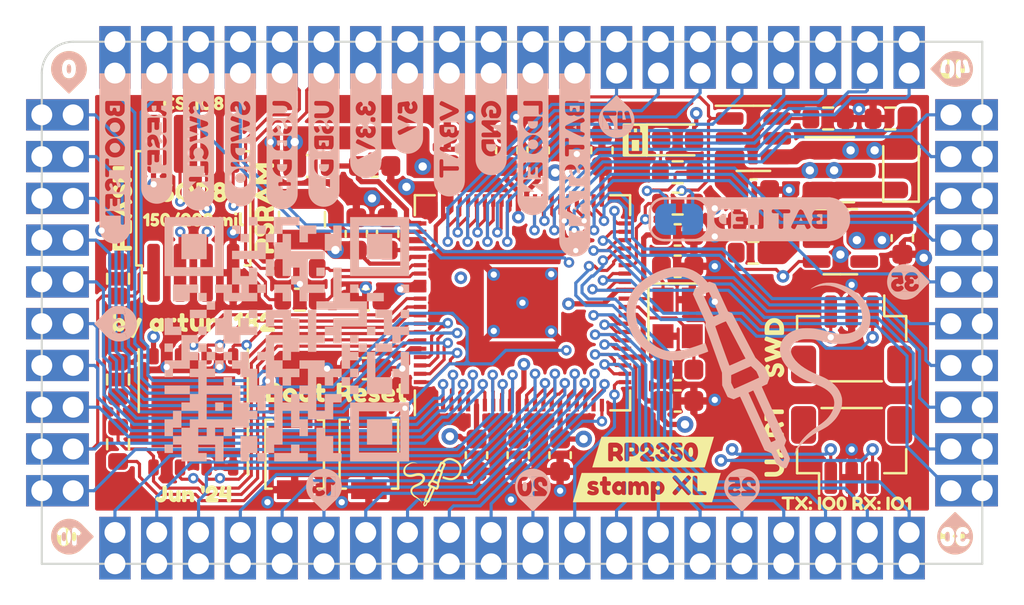
<source format=kicad_pcb>
(kicad_pcb (version 20240108) (generator "pcbnew") (generator_version "8.0")
  (layers (0 "F.Cu" signal) (1 "In1.Cu" power "GND.Cu") (2 "In2.Cu" power "PWR.Cu") (31 "B.Cu" signal) (34 "B.Paste" user) (35 "F.Paste" user) (36 "B.SilkS" user "B.Silkscreen") (37 "F.SilkS" user "F.Silkscreen") (38 "B.Mask" user) (39 "F.Mask" user) (44 "Edge.Cuts" user))
  (net 0 "")
  (net 1 "+3V3")
  (net 2 "GND")
  (net 3 "VBAT")
  (net 4 "+5V")
  (net 5 "/~{RESET}")
  (net 6 "/USB_D-")
  (net 7 "/USB_D+")
  (net 8 "/SWDIO")
  (net 9 "/SWCLK")
  (net 10 "/GPIO5")
  (net 11 "/GPIO3")
  (net 12 "/GPIO6")
  (net 13 "/GPIO7")
  (net 14 "/GPIO8")
  (net 15 "/GPIO0")
  (net 16 "/GPIO2")
  (net 17 "/GPIO1")
  (net 18 "/GPIO9")
  (net 19 "/GPIO4")
  (net 20 "/GPIO22")
  (net 21 "/GPIO40")
  (net 22 "/GPIO23")
  (net 23 "/GPIO20")
  (net 24 "/GPIO37")
  (net 25 "/GPIO41")
  (net 26 "/GPIO21")
  (net 27 "/GPIO38")
  (net 28 "/GPIO24")
  (net 29 "/GPIO35")
  (net 30 "/GPIO18")
  (net 31 "/GPIO15")
  (net 32 "/GPIO44")
  (net 33 "/GPIO43")
  (net 34 "/GPIO36")
  (net 35 "/GPIO42")
  (net 36 "/GPIO16")
  (net 37 "/GPIO17")
  (net 38 "/GPIO19")
  (net 39 "/GPIO39")
  (net 40 "/LDO_EN")
  (net 41 "/GPIO46")
  (net 42 "/GPIO47")
  (net 43 "/GPIO45")
  (net 44 "/GPIO14")
  (net 45 "/GPIO12")
  (net 46 "/GPIO10")
  (net 47 "/GPIO11")
  (net 48 "/GPIO13")
  (net 49 "/GPIO32")
  (net 50 "/GPIO34")
  (net 51 "/GPIO33")
  (net 52 "/GPIO31")
  (net 53 "/GPIO30")
  (net 54 "/GPIO26")
  (net 55 "/GPIO25")
  (net 56 "/GPIO27")
  (net 57 "/GPIO29")
  (net 58 "/GPIO28")
  (net 59 "/VIN")
  (net 60 "Net-(U5-XIN)")
  (net 61 "Net-(U5-XOUT)")
  (net 62 "+1.1V")
  (net 63 "Net-(D2-K)")
  (net 64 "Net-(U5-VREG_XL)")
  (net 65 "/~{QSPI_CS_{0}}")
  (net 66 "Net-(U2-PROG)")
  (net 67 "/D-")
  (net 68 "/D+")
  (net 69 "/BOOTSEL")
  (net 70 "/QSPI_SD0")
  (net 71 "/QSPI_SD2")
  (net 72 "/QSPI_SD3")
  (net 73 "/QSPI_SD1")
  (net 74 "/QSPI_SCLK")
  (net 77 "/BAT_STAT")
  (net 78 "Net-(JP1-A)")
  (net 79 "Net-(U5-VREG_AVDD)")
  (footprint "Capacitor_SMD:C_0603_1608Metric" (layer "F.Cu") (at 191.125 99.15 90)
    (property "Reference" "C2" (hide yes))
    (property "Value" "10uF" (hide yes))
  )
  (footprint "Capacitor_SMD:C_0603_1608Metric" (layer "F.Cu") (at 169.35 94.95 90)
    (property "Reference" "C13" (hide yes))
    (property "Value" "0.1uF" (hide yes))
  )
  (footprint "kibuzzard-65C59B9B" (layer "F.Cu") (at 178.9 111.1)
    (property "Reference" "kibuzzard-65C59B9B" (hide yes))
    (property "Value" "G***" (hide yes))
  )
  (footprint "kibuzzard-6695BCB6" (layer "F.Cu") (at 157.2 111.4)
    (property "Reference" "kibuzzard-6695BCB6" (hide yes))
    (property "Value" "G***" (hide yes))
  )
  (footprint "kibuzzard-6695BF60" (layer "F.Cu") (at 193.65 113.45)
    (property "Reference" "kibuzzard-6695BF60" (hide yes))
    (property "Value" "G***" (hide yes))
  )
  (footprint "Diode_SMD:D_SOD-323" (layer "F.Cu") (at 191.0625 95.8 90)
    (property "Reference" "D1" (hide yes))
    (property "Value" "D_Schottky_Small" (hide yes))
  )
  (footprint "Resistor_SMD:R_0603_1608Metric" (layer "F.Cu") (at 153.6 109.025 90)
    (property "Reference" "R9" (hide yes))
    (property "Value" "2K" (hide yes))
  )
  (footprint "Connector_JST:JST_SH_BM03B-SRSS-TB_1x03-1MP_P1.00mm_Vertical" (layer "F.Cu") (at 188.7 104 180)
    (property "Reference" "J5" (hide yes))
    (property "Value" "Conn_Pi_SWD" (hide yes))
  )
  (footprint "Button_Switch_SMD:SW_SPST_B3U-1000P" (layer "F.Cu") (at 165.6 109.5 90)
    (property "Reference" "SW1" (hide yes))
    (property "Value" "SW_RESET" (hide yes))
  )
  (footprint "Inductor_SMD:L_Wuerth_MAPI-2512" (layer "F.Cu") (at 162.4 98.25 90)
    (property "Reference" "L1" (hide yes))
    (property "Value" "3.3uH" (hide yes))
  )
  (footprint "RP2xxx_stamp:Castellated_1x10_P2.00mm_Vertical" (layer "F.Cu") (at 149.95 93.25)
    (property "Reference" "J2" (hide yes))
    (property "Value" "Conn_West" (hide yes))
  )
  (footprint "Package_TO_SOT_SMD:SOT-23-5" (layer "F.Cu") (at 188.1625 99.325)
    (property "Reference" "U3" (hide yes))
    (property "Value" "AP2112K-3.3" (hide yes))
  )
  (footprint "Capacitor_SMD:C_0603_1608Metric" (layer "F.Cu") (at 184 98.35 180)
    (property "Reference" "C1" (hide yes))
    (property "Value" "10uF" (hide yes))
  )
  (footprint "LED_SMD:LED_0603_1608Metric" (layer "F.Cu") (at 180.375 94.45)
    (property "Reference" "D2" (hide yes))
    (property "Value" "LED_CHR" (hide yes))
  )
  (footprint "Capacitor_SMD:C_0603_1608Metric" (layer "F.Cu") (at 176.75 94.95 90)
    (property "Reference" "C10" (hide yes))
    (property "Value" "0.1uF" (hide yes))
  )
  (footprint "kibuzzard-6695BC9C" (layer "F.Cu") (at 179.2 109.4)
    (property "Reference" "kibuzzard-6695BC9C" (hide yes))
    (property "Value" "G***" (hide yes))
  )
  (footprint "Resistor_SMD:R_0603_1608Metric" (layer "F.Cu") (at 184 99.85)
    (property "Reference" "R3" (hide yes))
    (property "Value" "100K" (hide yes))
  )
  (footprint "kibuzzard-65C55791" (layer "F.Cu") (at 157.2 96.95)
    (property "Reference" "kibuzzard-65C55791" (hide yes))
    (property "Value" "G***" (hide yes))
  )
  (footprint "Capacitor_SMD:C_0603_1608Metric" (layer "F.Cu") (at 172.75 109.55 -90)
    (property "Reference" "C17" (hide yes))
    (property "Value" "0.1uF" (hide yes))
  )
  (footprint "kibuzzard-6577C69C" (layer "F.Cu") (at 162.1 106.55)
    (property "Reference" "kibuzzard-6577C69C" (hide yes))
    (property "Value" "G***" (hide yes))
  )
  (footprint "Capacitor_SMD:C_0603_1608Metric" (layer "F.Cu") (at 180.375 100.5)
    (property "Reference" "C5" (hide yes))
    (property "Value" "12pF" (hide yes))
  )
  (footprint "Resistor_SMD:R_0603_1608Metric" (layer "F.Cu") (at 190.55 93.425)
    (property "Reference" "R1" (hide yes))
    (property "Value" "100K" (hide yes))
  )
  (footprint "RP2xxx_stamp:Castellated_1x20_P2.00mm_Vertical" (layer "F.Cu") (at 153.45 91.25 90)
    (property "Reference" "J1" (hide yes))
    (property "Value" "Conn_North" (hide yes))
  )
  (footprint "Package_TO_SOT_SMD:SOT-23-6" (layer "F.Cu") (at 184 94.375)
    (property "Reference" "U2" (hide yes))
    (property "Value" "ME4055" (hide yes))
  )
  (footprint "kibuzzard-65C6A858" (layer "F.Cu") (at 185 104.4 90)
    (property "Reference" "kibuzzard-65C6A858" (hide yes))
    (property "Value" "G***" (hide yes))
  )
  (footprint "Resistor_SMD:R_0603_1608Metric" (layer "F.Cu") (at 180.375 97.5 180)
    (property "Reference" "R8" (hide yes))
    (property "Value" "100K" (hide yes))
  )
  (footprint "kibuzzard-6695AD18" (layer "F.Cu") (at 151.25 91.05)
    (property "Reference" "kibuzzard-6695AD18" (hide yes))
    (property "Value" "G***" (hide yes))
  )
  (footprint "Capacitor_SMD:C_0603_1608Metric" (layer "F.Cu") (at 165.875 95.7)
    (property "Reference" "C12" (hide yes))
    (property "Value" "4.7uF")
  )
  (footprint "kibuzzard-65CABE96" (layer "F.Cu") (at 157.2 92.7)
    (property "Reference" "kibuzzard-65CABE96" (hide yes))
    (property "Value" "G***" (hide yes))
  )
  (footprint "Resistor_SMD:R_0603_1608Metric" (layer "F.Cu") (at 153.6 101.1 90)
    (property "Reference" "R10" (hide yes))
    (property "Value" "100K" (hide yes))
  )
  (footprint "kibuzzard-65C6A7E6" (layer "F.Cu") (at 160.6 97.725 90)
    (property "Reference" "kibuzzard-65C6A7E6" (hide yes))
    (property "Value" "G***" (hide yes))
  )
  (footprint "Capacitor_SMD:C_0603_1608Metric" (layer "F.Cu") (at 180.375 99)
    (property "Reference" "C18" (hide yes))
    (property "Value" "0.1uF" (hide yes))
  )
  (footprint "Resistor_SMD:R_0603_1608Metric" (layer "F.Cu") (at 180.375 96 180)
    (property "Reference" "R2" (hide yes))
    (property "Value" "2K" (hide yes))
  )
  (footprint "Capacitor_SMD:C_0603_1608Metric" (layer "F.Cu") (at 184 96.85 180)
    (property "Reference" "C3" (hide yes))
    (property "Value" "10uF" (hide yes))
  )
  (footprint "Resistor_SMD:R_0603_1608Metric" (layer "F.Cu") (at 162.875 95.7)
    (property "Reference" "R11" (hide yes))
    (property "Value" "27R")
  )
  (footprint "kibuzzard-6578FE34" (layer "F.Cu") (at 157.2 103.3)
    (property "Reference" "kibuzzard-6578FE34" (hide yes))
    (property "Value" "G***" (hide yes))
  )
  (footprint "Capacitor_SMD:C_0603_1608Metric" (layer "F.Cu") (at 170.75 109.55 -90)
    (property "Reference" "C6" (hide yes))
    (property "Value" "0.1uF" (hide yes))
  )
  (footprint "Capacitor_SMD:C_0603_1608Metric" (layer "F.Cu") (at 165.45 102.1 180)
    (property "Reference" "C8" (hide yes))
    (property "Value" "0.1uF" (hide yes))
  )
  (footprint "Package_DFN_QFN_Extra:QFN-80_EP_10x10_Pitch0.4mm" (layer "F.Cu") (at 172.95 102.25 90)
    (property "Reference" "U5" (hide yes))
    (property "Value" "RP235x-B" (hide yes))
  )
  (footprint "kibuzzard-65CABECC" (layer "F.Cu") (at 188.45 111.85)
    (property "Reference" "kibuzzard-65CABECC" (hide yes))
    (property "Value" "G***" (hide yes))
  )
  (footprint "Capacitor_SMD:C_0603_1608Metric" (layer "F.Cu") (at 172.2 94.95 90)
    (property "Reference" "C19" (hide yes))
    (property "Value" "0.1uF" (hide yes))
  )
  (footprint "Package_SON:WSON-8-1EP_6x5mm_P1.27mm_EP3.4x4mm" (layer "F.Cu") (at 157.2 107.475 90)
    (property "Reference" "U1" (hide yes))
    (property "Value" "W25Q128JVPIQ" (hide yes))
  )
  (footprint "kibuzzard-65C6A7EF" (layer "F.Cu") (at 153.8 97.725 90)
    (property "Reference" "kibuzzard-65C6A7EF" (hide yes))
    (property "Value" "G***" (hide yes))
  )
  (footprint "kibuzzard-6695BFEA" (layer "F.Cu") (at 193.65 91.05)
    (property "Reference" "kibuzzard-6695BFEA" (hide yes))
    (property "Value" "G***" (hide yes))
  )
  (footprint "Resistor_SMD:R_0603_1608Metric" (layer "F.Cu") (at 162.3 102.1 180)
    (property "Reference" "R7" (hide yes))
    (property "Value" "27R" (hide yes))
  )
  (footprint "Symbols_Extra:SolderParty-New-Logo_3x2.5mm_SilkScreen" (layer "F.Cu") (at 168.75 110.75 1)
    (property "Reference" "SP-LOGO" (hide yes))
    (property "Value" "LOGO" (hide yes))
  )
  (footprint "Capacitor_SMD:C_0603_1608Metric" (layer "F.Cu") (at 165.45 105.4 180)
    (property "Reference" "C15" (hide yes))
    (property "Value" "0.1uF" (hide yes))
  )
  (footprint "kibuzzard-6577C6A3" (layer "F.Cu") (at 165.75 106.55)
    (property "Reference" "kibuzzard-6577C6A3" (hide yes))
    (property "Value" "G***" (hide yes))
  )
  (footprint "Resistor_SMD:R_0603_1608Metric" (layer "F.Cu") (at 187.575 93.425 180)
    (property "Reference" "R5" (hide yes))
    (property "Value" "2K" (hide yes))
  )
  (footprint "Capacitor_SMD:C_0603_1608Metric" (layer "F.Cu") (at 166.5 98.95 90)
    (property "Reference" "C14" (hide yes))
    (property "Value" "4.7uF" (hide yes))
  )
  (footprint "Resistor_SMD:R_0603_1608Metric" (layer "F.Cu") (at 162.3 100.6 180)
    (property "Reference" "R6" (hide yes))
    (property "Value" "27R" (hide yes))
  )
  (footprint "Crystal:Crystal_SMD_2520-4Pin_2.5x2.0mm" (layer "F.Cu") (at 180.375 102.975 -90)
    (property "Reference" "Y1" (hide yes))
    (property "Value" "XYDBPCNANF-12MHZ" (hide yes))
  )
  (footprint "Capacitor_SMD:C_0603_1608Metric" (layer "F.Cu") (at 174.75 109.55 -90)
    (property "Reference" "C7" (hide yes))
    (property "Value" "0.1uF" (hide yes))
  )
  (footprint "Package_TO_SOT_SMD:SOT-23" (layer "F.Cu") (at 188.1625 95.875)
    (property "Reference" "Q1" (hide yes))
    (property "Value" "BSS84" (hide yes))
  )
  (footprint "kibuzzard-65C557A7" (layer "F.Cu") (at 157.2 98.275)
    (property "Reference" "kibuzzard-65C557A7" (hide yes))
    (property "Value" "G***" (hide yes))
  )
  (footprint "RP2xxx_stamp:Castellated_1x10_P2.00mm_Vertical" (layer "F.Cu") (at 193.45 93.25)
    (property "Reference" "J3" (hide yes))
    (property "Value" "Conn_East" (hide yes))
  )
  (footprint "Button_Switch_SMD:SW_SPST_B3U-1000P" (layer "F.Cu") (at 162.05 109.5 -90)
    (property "Reference" "SW2" (hide yes))
    (property "Value" "SW_BOOTSEL" (hide yes))
  )
  (footprint "Package_SO:SSOP-8_5.25x5.24mm_P1.27mm" (layer "F.Cu") (at 157.2 97.725 90)
    (property "Reference" "U4" (hide yes))
    (property "Value" "FLASH or PSRAM" (hide yes))
  )
  (footprint "kibuzzard-65C6A855" (layer "F.Cu") (at 185 108.8 90)
    (property "Reference" "kibuzzard-65C6A855" (hide yes))
    (property "Value" "G***" (hide yes))
  )
  (footprint "Connector_JST:JST_SH_BM03B-SRSS-TB_1x03-1MP_P1.00mm_Vertical" (layer "F.Cu") (at 188.7 109.3)
    (property "Reference" "J6" (hide yes))
    (property "Value" "Conn_Pi_UART" (hide yes))
  )
  (footprint "Capacitor_SMD:C_0603_1608Metric" (layer "F.Cu") (at 165 98.95 90)
    (property "Reference" "C16" (hide yes))
    (property "Value" "10uF" (hide yes))
  )
  (footprint "Capacitor_SMD:C_0603_1608Metric" (layer "F.Cu") (at 180.375 106.95)
    (property "Reference" "C9" (hide yes))
    (property "Value" "0.1uF" (hide yes))
  )
  (footprint "Capacitor_SMD:C_0603_1608Metric" (layer "F.Cu") (at 180.375 105.45 180)
    (property "Reference" "C4" (hide yes))
    (property "Value" "12pF" (hide yes))
  )
  (footprint "RP2xxx_stamp:Castellated_1x20_P2.00mm_Vertical" (layer "F.Cu") (at 153.45 114.75 90)
    (property "Reference" "J4" (hide yes))
    (property "Value" "Conn_South" (hide yes))
  )
  (footprint "Capacitor_SMD:C_0603_1608Metric" (layer "F.Cu") (at 173.7 94.95 90)
    (property "Reference" "C11" (hide yes))
    (property "Value" "0.1uF" (hide yes))
  )
  (footprint "kibuzzard-6695ACF2" (layer "F.Cu") (at 151.25 113.45)
    (property "Reference" "kibuzzard-6695ACF2" (hide yes))
    (property "Value" "G***" (hide yes))
  )
  (footprint "Resistor_SMD:R_0603_1608Metric" (layer "F.Cu") (at 153.6 105.925 90)
    (property "Reference" "R4" (hide yes))
    (property "Value" "100K" (hide yes))
  )
  (footprint "LOGO" (layer "B.Cu") (at 161.68 103.99 180)
    (property "Reference" "G***" (hide yes))
    (property "Value" "LOGO" (hide yes))
  )
  (footprint "kibuzzard-6695C372" (layer "B.Cu") (at 163.449999 111.050001 180)
    (property "Reference" "kibuzzard-6695C372" (hide yes))
    (property "Value" "G***" (hide yes))
  )
  (footprint "kibuzzard-653BD3DA" (layer "B.Cu") (at 173.45 94.657579 -90)
    (property "Reference" "kibuzzard-653BD3DA" (hide yes))
    (property "Value" "G***" (hide yes))
  )
  (footprint "kibuzzard-6695AD18" (layer "B.Cu") (at 151.25 91.05 180)
    (property "Reference" "kibuzzard-6695AD18" (hide yes))
    (property "Value" "G***" (hide yes))
  )
  (footprint "kibuzzard-6695C219" (layer "B.Cu") (at 191.25 101.25 180)
    (property "Reference" "kibuzzard-6695C219" (hide yes))
    (property "Value" "G***" (hide yes))
  )
  (footprint "kibuzzard-6695ACF2" (layer "B.Cu") (at 151.25 113.45 180)
    (property "Reference" "kibuzzard-6695ACF2" (hide yes))
    (property "Value" "G***" (hide yes))
  )
  (footprint "kibuzzard-6695C3C8" (layer "B.Cu") (at 153.65 103.25 180)
    (property "Reference" "kibuzzard-6695C3C8" (hide yes))
    (property "Value" "G***" (hide yes))
  )
  (footprint "kibuzzard-6695BFEA" (layer "B.Cu") (at 193.65 91.05 180)
    (property "Reference" "kibuzzard-6695BFEA" (hide yes))
    (property "Value" "G***" (hide yes))
  )
  (footprint "kibuzzard-653BD2FF" (layer "B.Cu") (at 167.45 93.187872 -90)
    (property "Reference" "kibuzzard-653BD2FF" (hide yes))
    (property "Value" "G***" (hide yes))
  )
  (footprint "kibuzzard-6695C24F" (layer "B.Cu") (at 183.45 111.05 180)
    (property "Reference" "kibuzzard-6695C24F" (hide yes))
    (property "Value" "G***" (hide yes))
  )
  (footprint "kibuzzard-6605B0D5" (layer "B.Cu") (at 187.912499 98.25)
    (property "Reference" "kibuzzard-6605B0D5" (hide yes))
    (property "Value" "G***" (hide yes))
  )
  (footprint "kibuzzard-653BD355" (layer "B.Cu") (at 157.45 94.549947 -90)
    (property "Reference" "kibuzzard-653BD355" (hide yes))
    (property "Value" "G***" (hide yes))
  )
  (footprint "kibuzzard-6695C4C9" (layer "B.Cu") (at 177.48 93.5 180)
    (property "Reference" "kibuzzard-6695C4C9" (hide yes))
    (property "Value" "G***" (hide yes))
  )
  (footprint "Jumper:SolderJumper-2_P1.3mm_Bridged_RoundedPad1.0x1.5mm" (layer "B.Cu") (at 180.442499 98.25)
    (property "Reference" "JP1" (hide yes))
    (property "Value" "SJ_STAT_LED" (hide yes))
  )
  (footprint "kibuzzard-653BD2D7" (layer "B.Cu") (at 169.45 94.210222 -90)
    (property "Reference" "kibuzzard-653BD2D7" (hide yes))
    (property "Value" "G***" (hide yes))
  )
  (footprint "kibuzzard-6695BF60" (layer "B.Cu") (at 193.65 113.45 180)
    (property "Reference" "kibuzzard-6695BF60" (hide yes))
    (property "Value" "G***" (hide yes))
  )
  (footprint "kibuzzard-653BD327" (layer "B.Cu") (at 165.45 93.768898 -90)
    (property "Reference" "kibuzzard-653BD327" (hide yes))
    (property "Value" "G***" (hide yes))
  )
  (footprint "kibuzzard-653BD35B" (layer "B.Cu") (at 155.45 94.384212 -90)
    (property "Reference" "kibuzzard-653BD35B" (hide yes))
    (property "Value" "G***" (hide yes))
  )
  (footprint "kibuzzard-6605B0A1" (layer "B.Cu") (at 184.9 98.25 180)
    (property "Reference" "kibuzzard-6605B0A1" (hide yes))
    (property "Value" "G***" (hide yes))
  )
  (footprint "kibuzzard-653BD2BD" (layer "B.Cu") (at 171.45 93.7 -90)
    (property "Reference" "kibuzzard-653BD2BD" (hide yes))
    (property "Value" "G***" (hide yes))
  )
  (footprint "Symbols_Extra:SolderParty-New-Logo_12.5x10.6mm_SilkScreen" (layer "B.Cu") (at 183.36 104.96 180)
    (property "Reference" "G***" (hide yes))
    (property "Value" "LOGO" (hide yes))
  )
  (footprint "kibuzzard-653BD344" (layer "B.Cu") (at 161.45 94.516927 -90)
    (property "Reference" "kibuzzard-653BD344" (hide yes))
    (property "Value" "G***" (hide yes))
  )
  (footprint "kibuzzard-65CABD6A" (layer "B.Cu") (at 175.45 95.65 -90)
    (property "Reference" "kibuzzard-65CABD6A" (hide yes))
    (property "Value" "G***" (hide yes))
  )
  (footprint "kibuzzard-653BD339" (layer "B.Cu") (at 163.45 94.457237 -90)
    (property "Reference" "kibuzzard-653BD339" (hide yes))
    (property "Value" "G***" (hide yes))
  )
  (footprint "svg2mod" (layer "B.Cu") (at 169.45 94.183763 -90)
    (property "Reference" "svg2mod" (hide yes))
    (property "Value" "G***" (hide yes))
  )
  (footprint "kibuzzard-653BD34E" (layer "B.Cu") (at 159.45 94.449616 -90)
    (property "Reference" "kibuzzard-653BD34E" (hide yes))
    (property "Value" "G***" (hide yes))
  )
  (footprint "kibuzzard-653BD365" (layer "B.Cu") (at 153.45 95.339886 -90)
    (property "Reference" "kibuzzard-653BD365" (hide yes))
    (property "Value" "G***" (hide yes))
  )
  (footprint "kibuzzard-6695C28C" (layer "B.Cu") (at 173.425 111.05 180)
    (property "Reference" "kibuzzard-6695C28C" (hide yes))
    (property "Value" "G***" (hide yes))
  )
  (gr_line (start 194.215685 112.884315) (end 193.65 112.33) (stroke (width 0.11)) (layer "B.SilkS"))
  (gr_circle (center 191.25 101.25) (end 192.05 101.25) (stroke (width 0.11)) (fill none) (layer "B.SilkS"))
  (gr_poly (pts (xy 172.714807 111.35) (xy 172.63 110.87) (xy 172.775 110.575) (xy 173.25 110.275) (xy 173.725 110.3) (xy 174.14 110.56) (xy 174.2 110.675) (xy 174.25 111.175) (xy 174.15 111.45) (xy 174.113734 111.515559) (xy 174.135086 111.381545) (xy 174.135193 110.584442) (xy 172.875 110.584442) (xy 172.83 110.66) (xy 172.714807 110.75)) (fill solid) (layer "B.SilkS"))
  (gr_poly (pts (xy 191.91309 100.784442) (xy 191.91309 101.715558) (xy 190.58691 101.715558) (xy 191.04 102.04) (xy 191.49 102.04) (xy 191.88 101.81) (xy 192.01 101.68) (xy 192.37 101.25) (xy 192 100.8) (xy 191.75 100.59) (xy 191.25 100.45) (xy 190.87 100.53) (xy 190.58691 100.784442)) (fill solid) (layer "B.SilkS"))
  (gr_line (start 182.884315 111.615685) (end 183.45 112.17) (stroke (width 0.11)) (layer "B.SilkS"))
  (gr_poly (pts (xy 151.82583 112.999896) (xy 151.89 113) (xy 151.69 112.769999) (xy 151.25 112.650001) (xy 150.72 112.82) (xy 150.590001 113.01) (xy 150.674274 112.999896)) (fill solid) (layer "B.SilkS"))
  (gr_poly (pts (xy 153.86 102.46) (xy 153.95515 102.789592) (xy 153.95515 103.710408) (xy 154.03 103.97) (xy 154.4 103.6) (xy 154.4 103.1) (xy 154.3 102.7)) (fill solid) (layer "B.SilkS"))
  (gr_line (start 173.45 112.170001) (end 174.015685 111.615686) (stroke (width 0.11)) (layer "B.SilkS"))
  (gr_poly (pts (xy 192.943777 91.516202) (xy 192.943777 91.41) (xy 192.943777 90.583798) (xy 194.356223 90.583798) (xy 193.86 90.26) (xy 193.41 90.26) (xy 193.02 90.49) (xy 192.89 90.62) (xy 192.53 91.05) (xy 192.9 91.5) (xy 193.15 91.71) (xy 193.65 91.85) (xy 194.03 91.77) (xy 194.356223 91.516202)) (fill solid) (layer "B.SilkS"))
  (gr_circle (center 183.45 111.05) (end 183.45 111.85) (stroke (width 0.11)) (fill none) (layer "B.SilkS"))
  (gr_poly (pts (xy 162.8 111.5) (xy 162.90075 111.510409) (xy 163.999141 111.510409) (xy 164.1 111.5) (xy 163.449999 112.170001)) (fill solid) (layer "B.SilkS"))
  (gr_line (start 177.45 92.379999) (end 176.884315 92.934314) (stroke (width 0.11)) (layer "B.SilkS"))
  (gr_line (start 150.684315 91.615685) (end 151.25 92.170001) (stroke (width 0.11)) (layer "B.SilkS"))
  (gr_poly (pts (xy 150.674274 113.900104) (xy 150.63 113.96) (xy 150.450001 113.45) (xy 150.65 112.87) (xy 150.674274 112.999896)) (fill solid) (layer "B.SilkS"))
  (gr_line (start 192.53 91.05) (end 193.084315 91.615685) (stroke (width 0.11)) (layer "B.SilkS"))
  (gr_poly (pts (xy 178.164335 93.957833) (xy 176.795665 93.957833) (xy 177.15 94.26) (xy 177.73 94.27)) (fill solid) (layer "B.SilkS"))
  (gr_poly (pts (xy 190.58691 100.784442) (xy 190.58691 101.715558) (xy 190.45 101.25)) (fill solid) (layer "B.SilkS"))
  (gr_line (start 192.37 101.25) (end 191.815685 100.684315) (stroke (width 0.11)) (layer "B.SilkS"))
  (gr_line (start 151.25 92.170001) (end 151.815685 91.615685) (stroke (width 0.11)) (layer "B.SilkS"))
  (gr_line (start 162.884314 111.615686) (end 163.449999 112.170001) (stroke (width 0.11)) (layer "B.SilkS"))
  (gr_poly (pts (xy 172.786266 111.515559) (xy 172.85 111.48) (xy 172.9 111.515559) (xy 174.113734 111.515559) (xy 173.45 112.170001)) (fill solid) (layer "B.SilkS"))
  (gr_circle (center 193.65 113.45) (end 193.65 112.65) (stroke (width 0.11)) (fill none) (layer "B.SilkS"))
  (gr_poly (pts (xy 153.34485 103.710408) (xy 153.34485 102.789592) (xy 153.955258 102.789592) (xy 153.86 102.46) (xy 153.41 102.46) (xy 153.02 102.69) (xy 152.89 102.82) (xy 152.53 103.25) (xy 152.9 103.7) (xy 153.15 103.91) (xy 153.65 104.05) (xy 154.03 103.97) (xy 153.95515 103.710408)) (fill solid) (layer "B.SilkS"))
  (gr_circle (center 151.25 91.05) (end 151.25 91.849999) (stroke (width 0.11)) (fill none) (layer "B.SilkS"))
  (gr_poly (pts (xy 194.359442 112.984442) (xy 194.215685 112.884315) (xy 193.65 112.33) (xy 193.084315 112.884315) (xy 192.940558 112.984442)) (fill solid) (layer "B.SilkS"))
  (gr_poly (pts (xy 194.35633 91.516202) (xy 194.356223 90.583798) (xy 194.45 91.05)) (fill solid) (layer "B.SilkS"))
  (gr_line (start 152.370001 113.45) (end 151.815685 112.884315) (stroke (width 0.11)) (layer "B.SilkS"))
  (gr_line (start 172.884315 111.615686) (end 173.45 112.170001) (stroke (width 0.11)) (layer "B.SilkS"))
  (gr_circle (center 163.449999 111.050001) (end 163.449999 111.850001) (stroke (width 0.11)) (fill none) (layer "B.SilkS"))
  (gr_line (start 153.084315 102.684315) (end 152.53 103.25) (stroke (width 0.11)) (layer "B.SilkS"))
  (gr_poly (pts (xy 151.82583 113.900104) (xy 151.815685 114.015685) (xy 152.370001 113.45) (xy 151.815685 112.884315) (xy 151.82583 112.999896)) (fill solid) (layer "B.SilkS"))
  (gr_circle (center 193.65 91.05) (end 192.85 91.05) (stroke (width 0.11)) (fill none) (layer "B.SilkS"))
  (gr_line (start 193.084315 90.484315) (end 192.53 91.05) (stroke (width 0.11)) (layer "B.SilkS"))
  (gr_line (start 163.449999 112.170001) (end 164.015684 111.615686) (stroke (width 0.11)) (layer "B.SilkS"))
  (gr_circle (center 151.25 113.45) (end 152.049999 113.45) (stroke (width 0.11)) (fill none) (layer "B.SilkS"))
  (gr_poly (pts (xy 194.359442 112.984442) (xy 194.359442 113.915558) (xy 194.45 113.45)) (fill solid) (layer "B.SilkS"))
  (gr_poly (pts (xy 194.359442 113.915558) (xy 192.940558 113.915558) (xy 193.4 114.2) (xy 193.9 114.25)) (fill solid) (layer "B.SilkS"))
  (gr_poly (pts (xy 151.584336 90.599896) (xy 150.915664 90.599896) (xy 150.75 90.59) (xy 150.75 90.39) (xy 151.2 90.24) (xy 151.75 90.39)) (fill solid) (layer "B.SilkS"))
  (gr_poly (pts (xy 192.940558 112.984442) (xy 192.940558 113.915558) (xy 192.85 113.45)) (fill solid) (layer "B.SilkS"))
  (gr_line (start 152.53 103.25) (end 153.084315 103.815685) (stroke (width 0.11)) (layer "B.SilkS"))
  (gr_line (start 191.815685 101.815685) (end 192.37 101.25) (stroke (width 0.11)) (layer "B.SilkS"))
  (gr_line (start 183.45 112.17) (end 184.015685 111.615685) (stroke (width 0.11)) (layer "B.SilkS"))
  (gr_circle (center 153.65 103.25) (end 152.85 103.25) (stroke (width 0.11)) (fill none) (layer "B.SilkS"))
  (gr_poly (pts (xy 182.786266 111.515558) (xy 184.113734 111.515558) (xy 183.45 112.17)) (fill solid) (layer "B.SilkS"))
  (gr_poly (pts (xy 182.786266 111.515558) (xy 182.786159 110.584442) (xy 184.113734 110.584442) (xy 184.113734 111.515558) (xy 184.25 111.05) (xy 184.14 110.58) (xy 183.86 110.36) (xy 183.45 110.25) (xy 183.03 110.37) (xy 182.75 110.58) (xy 182.65 111.05) (xy 182.786159 111.515558)) (fill solid) (layer "B.SilkS"))
  (gr_poly (pts (xy 150.67417 113.900104) (xy 151.82583 113.900104) (xy 151.87 113.96) (xy 151.54 114.2) (xy 151.25 114.249999) (xy 150.869999 114.18) (xy 150.57 113.87)) (fill solid) (layer "B.SilkS"))
  (gr_poly (pts (xy 162.90075 111.510409) (xy 162.90075 110.589593) (xy 163.999141 110.589593) (xy 163.999141 111.510409) (xy 164.113733 111.515559) (xy 164.249999 111.050001) (xy 164.139999 110.580001) (xy 163.859999 110.360001) (xy 163.449999 110.250001) (xy 163.029999 110.370001) (xy 162.749999 110.580001) (xy 162.649999 111.050001) (xy 162.786158 111.515559)) (fill solid) (layer "B.SilkS"))
  (gr_poly (pts (xy 182.122499 97.19) (xy 182.122499 99.31) (xy 180.942499 99.31) (xy 180.945 99.205) (xy 181.302499 99.21) (xy 181.637474 99.044975) (xy 181.782499 98.81) (xy 181.9 98.4) (xy 181.89 97.86) (xy 181.67 97.53) (xy 181.402499 97.31) (xy 181.09 97.27) (xy 180.96 97.29) (xy 180.962499 97.19)) (fill solid) (layer "B.SilkS"))
  (gr_line (start 178.015685 92.934314) (end 177.45 92.379999) (stroke (width 0.11)) (layer "B.SilkS"))
  (gr_line (start 151.815685 114.015685) (end 152.370001 113.45) (stroke (width 0.11)) (layer "B.SilkS"))
  (gr_circle (center 177.45 93.499999) (end 177.45 92.699999) (stroke (width 0.11)) (fill none) (layer "B.SilkS"))
  (gr_circle (center 173.45 111.050001) (end 173.45 111.850001) (stroke (width 0.11)) (fill none) (layer "B.SilkS"))
  (gr_poly (pts (xy 176.795558 93.957833) (xy 176.795665 93.042167) (xy 178.07 93.05) (xy 178.164335 93.27) (xy 178.164335 93.957833) (xy 178.25 93.499999) (xy 178.11 93) (xy 177.45 92.379999) (xy 176.77 93.03) (xy 176.65 93.499999)) (fill solid) (layer "B.SilkS"))
  (gr_line (start 193.65 112.33) (end 193.084315 112.884315) (stroke (width 0.11)) (layer "B.SilkS"))
  (gr_poly (pts (xy 150.915664 90.599896) (xy 150.915768 91.500104) (xy 151.584232 91.500104) (xy 151.584336 90.599896) (xy 151.7 90.39) (xy 152 90.74) (xy 152.049999 91.05) (xy 151.95 91.44) (xy 151.55 91.84) (xy 151.25 92.170001) (xy 150.684315 91.615685) (xy 150.45 91.19) (xy 150.5 90.79) (xy 150.75 90.39) (xy 150.915768 90.599896)) (fill solid) (layer "B.SilkS"))
  (gr_circle (center 193.65 91.05) (end 192.85 91.05) (stroke (width 0.11)) (fill none) (layer "F.SilkS"))
  (gr_line (start 177.805 95.19) (end 178.899052 95.19) (stroke (width 0.12)) (layer "F.SilkS"))
  (gr_poly (pts (xy 151.82583 113.900104) (xy 151.89 113.9) (xy 151.69 114.13) (xy 151.25 114.25) (xy 150.72 114.08) (xy 150.59 113.89) (xy 150.674274 113.900104)) (fill solid) (layer "F.SilkS"))
  (gr_line (start 178.899052 93.72) (end 178.899052 95.19) (stroke (width 0.12)) (layer "F.SilkS"))
  (gr_poly (pts (xy 192.940558 113.915558) (xy 194.359442 113.915558) (xy 193.9 114.2) (xy 193.4 114.25)) (fill solid) (layer "F.SilkS"))
  (gr_arc (start 178.605 94.055) (mid 178.675711 94.084289) (end 178.705 94.155) (stroke (width 0.05)) (layer "F.SilkS"))
  (gr_poly (pts (xy 192.940558 112.984442) (xy 192.940558 113.915558) (xy 192.85 113.45)) (fill solid) (layer "F.SilkS"))
  (gr_poly (pts (xy 151.584336 90.599896) (xy 151.584232 91.500104) (xy 150.915768 91.500104) (xy 150.915664 90.599896) (xy 150.8 90.39) (xy 150.5 90.74) (xy 150.450001 91.05) (xy 150.55 91.44) (xy 150.95 91.84) (xy 151.25 92.170001) (xy 151.815685 91.615685) (xy 152.05 91.19) (xy 152 90.79) (xy 151.75 90.39) (xy 151.584232 90.599896)) (fill solid) (layer "F.SilkS"))
  (gr_poly (pts (xy 178.18 94.45) (xy 178.18 94.98) (xy 178.53 94.98) (xy 178.53 94.45)) (fill solid) (layer "F.SilkS"))
  (gr_poly (pts (xy 194.359442 112.984442) (xy 194.359442 113.915558) (xy 194.45 113.45)) (fill solid) (layer "F.SilkS"))
  (gr_line (start 151.25 92.170001) (end 151.815685 91.615685) (stroke (width 0.11)) (layer "F.SilkS"))
  (gr_line (start 151.815685 114.015685) (end 152.37 113.45) (stroke (width 0.11)) (layer "F.SilkS"))
  (gr_poly (pts (xy 150.67417 112.999896) (xy 151.82583 112.999896) (xy 151.87 112.94) (xy 151.54 112.7) (xy 151.25 112.65) (xy 150.87 112.72) (xy 150.57 113.03)) (fill solid) (layer "F.SilkS"))
  (gr_poly (pts (xy 150.915664 90.599896) (xy 151.584336 90.599896) (xy 151.75 90.59) (xy 151.75 90.39) (xy 151.3 90.24) (xy 150.75 90.39)) (fill solid) (layer "F.SilkS"))
  (gr_line (start 194.215685 112.884315) (end 193.65 112.33) (stroke (width 0.11)) (layer "F.SilkS"))
  (gr_arc (start 178.705 95.055) (mid 178.675711 95.125711) (end 178.605 95.155) (stroke (width 0.05)) (layer "F.SilkS"))
  (gr_poly (pts (xy 178.13 93.78) (xy 178.13 94.08) (xy 178.03 94.08) (xy 178.03 95.155) (xy 177.855 95.155) (xy 177.855 93.78)) (fill solid) (layer "F.SilkS"))
  (gr_poly (pts (xy 192.943777 90.583798) (xy 192.943777 90.69) (xy 192.943777 91.516202) (xy 194.356223 91.516202) (xy 193.86 91.84) (xy 193.41 91.84) (xy 193.02 91.61) (xy 192.89 91.48) (xy 192.53 91.05) (xy 192.9 90.6) (xy 193.15 90.39) (xy 193.65 90.25) (xy 194.03 90.33) (xy 194.356223 90.583798)) (fill solid) (layer "F.SilkS"))
  (gr_line (start 193.65 112.33) (end 193.084315 112.884315) (stroke (width 0.11)) (layer "F.SilkS"))
  (gr_line (start 192.53 91.05) (end 193.084315 91.615685) (stroke (width 0.11)) (layer "F.SilkS"))
  (gr_circle (center 151.25 113.45) (end 152.05 113.45) (stroke (width 0.11)) (fill none) (layer "F.SilkS"))
  (gr_poly (pts (xy 192.940558 112.984442) (xy 193.084315 112.884315) (xy 193.65 112.33) (xy 194.215685 112.884315) (xy 194.359442 112.984442)) (fill solid) (layer "F.SilkS"))
  (gr_poly (pts (xy 194.35633 90.583798) (xy 194.356223 91.516202) (xy 194.45 91.05)) (fill solid) (layer "F.SilkS"))
  (gr_poly (pts (xy 150.674274 112.999896) (xy 150.63 112.94) (xy 150.45 113.45) (xy 150.65 114.03) (xy 150.674274 113.900104)) (fill solid) (layer "F.SilkS"))
  (gr_arc (start 178.105 95.155) (mid 178.034289 95.125711) (end 178.005 95.055) (stroke (width 0.05)) (layer "F.SilkS"))
  (gr_poly (pts (xy 178.58 93.78) (xy 178.58 94.08) (xy 178.68 94.08) (xy 178.68 95.155) (xy 178.855 95.155) (xy 178.855 93.78)) (fill solid) (layer "F.SilkS"))
  (gr_arc (start 178.105 93.855) (mid 178.134289 93.784289) (end 178.205 93.755) (stroke (width 0.05)) (layer "F.SilkS"))
  (gr_circle (center 151.25 91.05) (end 151.25 91.849999) (stroke (width 0.11)) (fill none) (layer "F.SilkS"))
  (gr_arc (start 178.505 93.755) (mid 178.575711 93.784289) (end 178.605 93.855) (stroke (width 0.05)) (layer "F.SilkS"))
  (gr_line (start 152.37 113.45) (end 151.815685 112.884315) (stroke (width 0.11)) (layer "F.SilkS"))
  (gr_line (start 177.805 93.721399) (end 177.805 95.18) (stroke (width 0.12)) (layer "F.SilkS"))
  (gr_arc (start 178.005 94.155) (mid 178.034289 94.084289) (end 178.105 94.055) (stroke (width 0.05)) (layer "F.SilkS"))
  (gr_poly (pts (xy 151.82583 112.999896) (xy 151.815685 112.884315) (xy 152.37 113.45) (xy 151.815685 114.015685) (xy 151.82583 113.900104)) (fill solid) (layer "F.SilkS"))
  (gr_line (start 193.084315 90.484315) (end 192.53 91.05) (stroke (width 0.11)) (layer "F.SilkS"))
  (gr_line (start 150.684315 91.615685) (end 151.25 92.170001) (stroke (width 0.11)) (layer "F.SilkS"))
  (gr_line (start 178.899052 93.72) (end 177.805 93.72) (stroke (width 0.12)) (layer "F.SilkS"))
  (gr_poly (pts (xy 178.28 93.9) (xy 178.43 93.9) (xy 178.43 94.085) (xy 178.28 94.085)) (fill solid) (layer "F.SilkS"))
  (gr_circle (center 193.65 113.45) (end 193.65 112.65) (stroke (width 0.11)) (fill none) (layer "F.SilkS"))
  (gr_line (start 151.45 89.75) (end 194.95 89.75) (stroke (width 0.1)) (layer "Edge.Cuts"))
  (gr_line (start 194.95 114.75) (end 149.95 114.75) (stroke (width 0.1)) (layer "Edge.Cuts"))
  (gr_arc (start 149.95 91.25) (mid 150.38934 90.18934) (end 151.45 89.75) (stroke (width 0.1)) (layer "Edge.Cuts"))
  (gr_line (start 149.95 114.75) (end 149.95 91.25) (stroke (width 0.1)) (layer "Edge.Cuts"))
  (gr_line (start 194.95 89.75) (end 194.95 114.75) (stroke (width 0.1)) (layer "Edge.Cuts"))
  (segment (start 167.45 105.15) (end 167.45 104.631966) (width 0.25) (layer "F.Cu") (net 1))
  (segment (start 178.525 104.85) (end 178.725 105.05) (width 0.25) (layer "F.Cu") (net 1))
  (segment (start 170.075 108.775) (end 170.75 108.775) (width 0.25) (layer "F.Cu") (net 1))
  (segment (start 178.725 105.05) (end 178.725 103.169975) (width 0.25) (layer "F.Cu") (net 1))
  (segment (start 169.475 108.65) (end 169.95 108.65) (width 0.25) (layer "F.Cu") (net 1))
  (segment (start 167.4 99.65) (end 167.325 99.725) (width 0.2) (layer "F.Cu") (net 1))
  (segment (start 173.991942 96.016942) (end 174.683058 96.016942) (width 0.3) (layer "F.Cu") (net 1))
  (segment (start 168.05 99.65) (end 167.4 99.65) (width 0.2) (layer "F.Cu") (net 1))
  (segment (start 178.725 103.169975) (end 178.405026 102.85) (width 0.25) (layer "F.Cu") (net 1))
  (segment (start 169.55 97.825) (end 169.15 98.225) (width 0.2) (layer "F.Cu") (net 1))
  (segment (start 153.191067 98.791067) (end 153.6 99.2) (width 0.25) (layer "F.Cu") (net 1))
  (segment (start 168.55 99.65) (end 168.8 99.4) (width 0.2) (layer "F.Cu") (net 1))
  (segment (start 176.75 97.35) (end 176.75 95.725) (width 0.25) (layer "F.Cu") (net 1))
  (segment (start 173.15 96.925) (end 173.7 96.375) (width 0.25) (layer "F.Cu") (net 1))
  (segment (start 167.325 99.725) (end 166.7 99.725) (width 0.2) (layer "F.Cu") (net 1))
  (segment (start 182.15 97.725) (end 182.025 97.725) (width 0.15) (layer "F.Cu") (net 1))
  (segment (start 180.725 108.075) (end 179.925 108.075) (width 0.25) (layer "F.Cu") (net 1))
  (segment (start 167.2 105.4) (end 167.45 105.15) (width 0.25) (layer "F.Cu") (net 1))
  (segment (start 169.55 97.35) (end 169.55 97.825) (width 0.2) (layer "F.Cu") (net 1))
  (segment (start 167.2 105.4) (end 166.225 105.4) (width 0.25) (layer "F.Cu") (net 1))
  (segment (start 174.75 107.15) (end 174.75 108.775) (width 0.25) (layer "F.Cu") (net 1))
  (segment (start 181.8 97.5) (end 181.2 97.5) (width 0.15) (layer "F.Cu") (net 1))
  (segment (start 173.15 97.35) (end 173.15 96.925) (width 0.25) (layer "F.Cu") (net 1))
  (segment (start 167.45 104.631966) (end 167.631966 104.45) (width 0.25) (layer "F.Cu") (net 1))
  (segment (start 155.295 103.88) (end 155.3 103.875) (width 0.25) (layer "F.Cu") (net 1))
  (segment (start 154.6125 104.8125) (end 155.295 104.8125) (width 0.25) (layer "F.Cu") (net 1))
  (segment (start 168.05 99.65) (end 168.55 99.65) (width 0.2) (layer "F.Cu") (net 1))
  (segment (start 174.683058 96.016942) (end 174.975 95.725) (width 0.3) (layer "F.Cu") (net 1))
  (segment (start 173.7 96.375) (end 173.7 95.725) (width 0.25) (layer "F.Cu") (net 1))
  (segment (start 182.025 97.725) (end 181.8 97.5) (width 0.15) (layer "F.Cu") (net 1))
  (segment (start 168.8 98.575) (end 169.15 98.225) (width 0.2) (layer "F.Cu") (net 1))
  (segment (start 178.405026 102.85) (end 177.85 102.85) (width 0.25) (layer "F.Cu") (net 1))
  (segment (start 170.75 107.15) (end 170.75 108.775) (width 0.25) (layer "F.Cu") (net 1))
  (segment (start 173.7 95.725) (end 173.991942 96.016942) (width 0.3) (layer "F.Cu") (net 1))
  (segment (start 167.631966 104.45) (end 168.05 104.45) (width 0.25) (layer "F.Cu") (net 1))
  (segment (start 152.804963 98.791067) (end 153.191067 98.791067) (width 0.25) (layer "F.Cu") (net 1))
  (segment (start 169.15 97.35) (end 169.15 98.225) (width 0.2) (layer "F.Cu") (net 1))
  (segment (start 178.725 106.75) (end 178.925 106.95) (width 0.25) (layer "F.Cu") (net 1))
  (segment (start 153.6 105.1) (end 154.325 105.1) (width 0.25) (layer "F.Cu") (net 1))
  (segment (start 154.325 105.1) (end 154.6125 104.8125) (width 0.25) (layer "F.Cu") (net 1))
  (segment (start 169.95 108.65) (end 170.075 108.775) (width 0.25) (layer "F.Cu") (net 1))
  (segment (start 178.725 105.05) (end 178.725 106.75) (width 0.25) (layer "F.Cu") (net 1))
  (segment (start 174.975 95.725) (end 176.75 95.725) (width 0.3) (layer "F.Cu") (net 1))
  (segment (start 177.85 104.85) (end 178.525 104.85) (width 0.25) (layer "F.Cu") (net 1))
  (segment (start 179.6 107.75) (end 179.6 106.95) (width 0.25) (layer "F.Cu") (net 1))
  (segment (start 155.295 94.6375) (end 155.295 96.57) (width 0.25) (layer "F.Cu") (net 1))
  (segment (start 155.295 96.57) (end 155.3 96.575) (width 0.25) (layer "F.Cu") (net 1))
  (segment (start 179.925 108.075) (end 179.6 107.75) (width 0.25) (layer "F.Cu") (net 1))
  (segment (start 153.6 99.2) (end 153.6 100.275) (width 0.25) (layer "F.Cu") (net 1))
  (segment (start 155.295 104.8125) (end 155.295 103.88) (width 0.25) (layer "F.Cu") (net 1))
  (segment (start 168.8 99.4) (end 168.8 98.575) (width 0.2) (layer "F.Cu") (net 1))
  (segment (start 174.75 108.775) (end 175.875 108.775) (width 0.25) (layer "F.Cu") (net 1))
  (segment (start 178.925 106.95) (end 179.6 106.95) (width 0.25) (layer "F.Cu") (net 1))
  (via (at 167.1 101.6) (size 0.6) (drill 0.3) (layers "F.Cu" "B.Cu") (net 1))
  (via (at 190.15 99.25) (size 0.8) (drill 0.4) (layers "F.Cu" "B.Cu") (net 1))
  (via (at 169.475 108.65) (size 0.8) (drill 0.4) (layers "F.Cu" "B.Cu") (net 1))
  (via (at 188.95 99.25) (size 0.8) (drill 0.4) (layers "F.Cu" "B.Cu") (net 1))
  (via (at 162.05 94.55) (size 0.8) (drill 0.4) (layers "F.Cu" "B.Cu") (net 1))
  (via (at 152.804963 98.791067) (size 0.6) (drill 0.3) (layers "F.Cu" "B.Cu") (net 1))
  (via (at 175.875 108.775) (size 0.8) (drill 0.4) (layers "F.Cu" "B.Cu") (net 1))
  (via (at 174.516942 96.016942) (size 0.8) (drill 0.4) (layers "F.Cu" "B.Cu") (net 1))
  (via (at 180.725 108.075) (size 0.8) (drill 0.4) (layers "F.Cu" "B.Cu") (net 1))
  (via (at 155.3 103.875) (size 0.6) (drill 0.3) (layers "F.Cu" "B.Cu") (net 1))
  (via (at 155.3 96.575) (size 0.6) (drill 0.3) (layers "F.Cu" "B.Cu") (net 1))
  (via (at 182.15 97.725) (size 0.6) (drill 0.3) (layers "F.Cu" "B.Cu") (net 1))
  (via (at 167.2 105.4) (size 0.6) (drill 0.3) (layers "F.Cu" "B.Cu") (net 1))
  (via (at 168.175 95.725) (size 0.8) (drill 0.4) (layers "F.Cu" "B.Cu") (net 1))
  (segment (start 191.925 100.1) (end 191.75 99.925) (width 0.25) (layer "F.Cu") (net 2))
  (segment (start 168.05 98.85) (end 167.45 98.85) (width 0.2) (layer "F.Cu") (net 2))
  (segment (start 188.7 110.625) (end 188.7 109.275) (width 0.15) (layer "F.Cu") (net 2))
  (segment (start 192.15 100.1) (end 191.925 100.1) (width 0.25) (layer "F.Cu") (net 2))
  (segment (start 164.75 105.4) (end 164.6 105.4) (width 0.3) (layer "F.Cu") (net 2))
  (segment (start 188.7 102.675) (end 188.7 101.391663) (width 0.15) (layer "F.Cu") (net 2))
  (segment (start 188.16203 99.56203) (end 188.16203 99.941663) (width 0.25) (layer "F.Cu") (net 2))
  (segment (start 184.775 96.85) (end 185.7 96.85) (width 0.15) (layer "F.Cu") (net 2))
  (segment (start 187.025 99.325) (end 187.925 99.325) (width 0.25) (layer "F.Cu") (net 2))
  (segment (start 166.775 98.175) (end 166.7 98.175) (width 0.2) (layer "F.Cu") (net 2))
  (segment (start 191.125 99.925) (end 191.75 99.925) (width 0.25) (layer "F.Cu") (net 2))
  (segment (start 187.925 99.325) (end 188.16203 99.56203) (width 0.25) (layer "F.Cu") (net 2))
  (segment (start 167.45 98.85) (end 166.775 98.175) (width 0.2) (layer "F.Cu") (net 2))
  (via (at 175.55043 95.125) (size 0.6) (drill 0.3) (layers "F.Cu" "B.Cu") (net 2))
  (via (at 192.15 100.1) (size 0.8) (drill 0.4) (layers "F.Cu" "B.Cu") (net 2))
  (via (at 182.15 102.2) (size 0.6) (drill 0.3) (layers "F.Cu" "B.Cu") (net 2))
  (via (at 174.325 100.875) (size 0.6) (drill 0.3) (layers "F.Cu" "B.Cu") (net 2))
  (via (at 172.95 102.25) (size 0.6) (drill 0.3) (layers "F.Cu" "B.Cu") (net 2))
  (via (at 174.75 111.25) (size 0.6) (drill 0.3) (layers "F.Cu" "B.Cu") (net 2))
  (via (at 171.575 103.6) (size 0.6) (drill 0.3) (layers "F.Cu" "B.Cu") (net 2))
  (via (at 160.9 94.55) (size 0.6) (drill 0.3) (layers "F.Cu" "B.Cu") (net 2))
  (via (at 155.925 105.325) (size 0.6) (drill 0.3) (layers "F.Cu" "B.Cu") (net 2))
  (via (at 188.7 109.275) (size 0.6) (drill 0.3) (layers "F.Cu" "B.Cu") (net 2))
  (via (at 188.16203 99.941663) (size 0.8) (drill 0.4) (layers "F.Cu" "B.Cu") (net 2))
  (via (at 182.15 99.075) (size 0.6) (drill 0.3) (layers "F.Cu" "B.Cu") (net 2))
  (via (at 167.4 96.7) (size 0.8) (drill 0.4) (layers "F.Cu" "B.Cu") (net 2))
  (via (at 162.3 101.35) (size 0.6) (drill 0.3) (layers "F.Cu" "B.Cu") (net 2))
  (via (at 182.15 106.9) (size 0.6) (drill 0.3) (layers "F.Cu" "B.Cu") (net 2))
  (via (at 163.6 105.4) (size 0.6) (drill 0.3) (layers "F.Cu" "B.Cu") (net 2))
  (via (at 158.45 105.325) (size 0.6) (drill 0.3) (layers "F.Cu" "B.Cu") (net 2))
  (via (at 164.3 111.8) (size 0.6) (drill 0.3) (layers "F.Cu" "B.Cu") (net 2))
  (via (at 172.3966 111.6716) (size 0.6) (drill 0.3) (layers "F.Cu" "B.Cu") (net 2))
  (via (at 172.65 93.35) (size 0.6) (drill 0.3) (layers "F.Cu" "B.Cu") (net 2))
  (via (at 174.325 103.625) (size 0.6) (drill 0.3) (layers "F.Cu" "B.Cu") (net 2))
  (via (at 165.75 97.25) (size 0.8) (drill 0.4) (layers "F.Cu" "B.Cu") (net 2))
  (via (at 182.15 100.5) (size 0.6) (drill 0.3) (layers "F.Cu" "B.Cu") (net 2))
  (via (at 188.7 101.391663) (size 0.6) (drill 0.3) (layers "F.Cu" "B.Cu") (net 2))
  (via (at 165.45 101.525) (size 0.6) (drill 0.3) (layers "F.Cu" "B.Cu") (net 2))
  (via (at 170.45 93.35) (size 0.6) (drill 0.3) (layers "F.Cu" "B.Cu") (net 2))
  (via (at 159.1 98.875) (size 0.6) (drill 0.3) (layers "F.Cu" "B.Cu") (net 2))
  (via (at 189.05 92.975) (size 0.6) (drill 0.3) (layers "F.Cu" "B.Cu") (net 2))
  (via (at 185.7 96.85) (size 0.6) (drill 0.3) (layers "F.Cu" "B.Cu") (net 2))
  (via (at 160.75 111.8) (size 0.6) (drill 0.3) (layers "F.Cu" "B.Cu") (net 2))
  (via (at 171.575 100.9) (size 0.6) (drill 0.3) (layers "F.Cu" "B.Cu") (net 2))
  (via (at 187.86 95.91) (size 0.8) (drill 0.4) (layers "F.Cu" "B.Cu") (net 3))
  (via (at 186.7 95.91) (size 0.8) (drill 0.4) (layers "F.Cu" "B.Cu") (net 3))
  (segment (start 181.1625 93.85) (end 181.1625 94.45) (width 0.2) (layer "F.Cu") (net 4))
  (segment (start 181.264847 93.175) (end 181.264847 93.747653) (width 0.2) (layer "F.Cu") (net 4))
  (segment (start 181.264847 93.747653) (end 181.1625 93.85) (width 0.2) (layer "F.Cu") (net 4))
  (via (at 181.264847 93.175) (size 0.6) (drill 0.3) (layers "F.Cu" "B.Cu") (net 4))
  (via (at 188.65 94.95) (size 0.8) (drill 0.4) (layers "F.Cu" "B.Cu") (net 4))
  (via (at 189.8 94.95) (size 0.8) (drill 0.4) (layers "F.Cu" "B.Cu") (net 4))
  (segment (start 178.4 98.675) (end 178.825 98.25) (width 0.15) (layer "F.Cu") (net 5))
  (segment (start 178.975 97.5) (end 179.55 97.5) (width 0.15) (layer "F.Cu") (net 5))
  (segment (start 166.823528 107.8) (end 165.6 107.8) (width 0.15) (layer "F.Cu") (net 5))
  (segment (start 178.4 100.3) (end 178.4 98.675) (width 0.15) (layer "F.Cu") (net 5))
  (segment (start 178.25 100.45) (end 178.4 100.3) (width 0.15) (layer "F.Cu") (net 5))
  (segment (start 177.85 100.45) (end 178.25 100.45) (width 0.15) (layer "F.Cu") (net 5))
  (segment (start 178.825 98.25) (end 178.825 97.65) (width 0.15) (layer "F.Cu") (net 5))
  (segment (start 178.825 97.65) (end 178.975 97.5) (width 0.15) (layer "F.Cu") (net 5))
  (segment (start 167.323528 107.3) (end 166.823528 107.8) (width 0.15) (layer "F.Cu") (net 5))
  (via (at 167.323528 107.3) (size 0.5) (drill 0.25) (layers "F.Cu" "B.Cu") (net 5))
  (via (at 178.825 98.25) (size 0.5) (drill 0.25) (layers "F.Cu" "B.Cu") (net 5))
  (via (at 175.05 104.525) (size 0.5) (drill 0.25) (layers "F.Cu" "B.Cu") (net 5))
  (segment (start 160.946752 105.525) (end 161.225 105.803248) (width 0.15) (layer "B.Cu") (net 5))
  (segment (start 155.025 105.725736) (end 155.274264 105.975) (width 0.15) (layer "B.Cu") (net 5))
  (segment (start 170.625 105.175) (end 170.175 105.175) (width 0.15) (layer "B.Cu") (net 5))
  (segment (start 160.525 105.525) (end 160.946752 105.525) (width 0.15) (layer "B.Cu") (net 5))
  (segment (start 170.425 105.175) (end 170.3 105.05) (width 0.15) (layer "B.Cu") (net 5))
  (segment (start 161.225 106.125) (end 161.375 106.275) (width 0.15) (layer "B.Cu") (net 5))
  (segment (start 170.175 105.175) (end 170.3 105.05) (width 0.15) (layer "B.Cu") (net 5))
  (segment (start 170.625 105.175) (end 170.425 105.175) (width 0.15) (layer "B.Cu") (net 5))
  (segment (start 154.7 97.783273) (end 154.699264 97.784009) (width 0.15) (layer "B.Cu") (net 5))
  (segment (start 161.375 106.275) (end 163.870225 106.275) (width 0.15) (layer "B.Cu") (net 5))
  (segment (start 154.699264 97.784009) (end 154.699264 104.016727) (width 0.15) (layer "B.Cu") (net 5))
  (segment (start 171.5 105.175) (end 170.625 105.175) (width 0.15) (layer "B.Cu") (net 5))
  (segment (start 170.3 103.45) (end 170.3 105.05) (width 0.15) (layer "B.Cu") (net 5))
  (segment (start 167.323528 107.3) (end 169.448528 105.175) (width 0.15) (layer "B.Cu") (net 5))
  (segment (start 161.225 105.803248) (end 161.225 106.125) (width 0.15) (layer "B.Cu") (net 5))
  (segment (start 155.45 92.375) (end 154.7 93.125) (width 0.15) (layer "B.Cu") (net 5))
  (segment (start 155.45 91.25) (end 155.45 92.375) (width 0.15) (layer "B.Cu") (net 5))
  (segment (start 155.025 104.342463) (end 155.025 105.725736) (width 0.15) (layer "B.Cu") (net 5))
  (segment (start 154.7 93.125) (end 154.7 97.783273) (width 0.15) (layer "B.Cu") (net 5))
  (segment (start 169.448528 105.175) (end 170.175 105.175) (width 0.15) (layer "B.Cu") (net 5))
  (segment (start 172.15 104.525) (end 171.5 105.175) (width 0.15) (layer "B.Cu") (net 5))
  (segment (start 175.05 104.525) (end 172.15 104.525) (width 0.15) (layer "B.Cu") (net 5))
  (segment (start 167.395225 102.75) (end 169.6 102.75) (width 0.15) (layer "B.Cu") (net 5))
  (segment (start 160.075 105.975) (end 160.525 105.525) (width 0.15) (layer "B.Cu") (net 5))
  (segment (start 154.699264 104.016727) (end 155.025 104.342463) (width 0.15) (layer "B.Cu") (net 5))
  (segment (start 163.870225 106.275) (end 167.395225 102.75) (width 0.15) (layer "B.Cu") (net 5))
  (segment (start 169.6 102.75) (end 170.3 103.45) (width 0.15) (layer "B.Cu") (net 5))
  (segment (start 155.274264 105.975) (end 160.075 105.975) (width 0.15) (layer "B.Cu") (net 5))
  (segment (start 162.625 93.125) (end 162.2 93.55) (width 0.15) (layer "F.Cu") (net 6))
  (segment (start 160.05 100.225736) (end 160.424264 100.6) (width 0.15) (layer "F.Cu") (net 6))
  (segment (start 162.2 93.55) (end 161.097488 93.55) (width 0.15) (layer "F.Cu") (net 6))
  (segment (start 160.424264 100.6) (end 161.475 100.6) (width 0.15) (layer "F.Cu") (net 6))
  (segment (start 163.45 91.25) (end 162.625 92.075) (width 0.15) (layer "F.Cu") (net 6))
  (segment (start 160.05 94.597488) (end 160.05 100.225736) (width 0.15) (layer "F.Cu") (net 6))
  (segment (start 161.097488 93.55) (end 160.05 94.597488) (width 0.15) (layer "F.Cu") (net 6))
  (segment (start 162.625 92.075) (end 162.625 93.125) (width 0.15) (layer "F.Cu") (net 6))
  (segment (start 160.65 101.25) (end 159.7 100.3) (width 0.15) (layer "F.Cu") (net 7))
  (segment (start 159.7 94.452512) (end 160.902512 93.25) (width 0.15) (layer "F.Cu") (net 7))
  (segment (start 162.275 92.075) (end 161.45 91.25) (width 0.15) (layer "F.Cu") (net 7))
  (segment (start 161.475 102.1) (end 160.85 102.1) (width 0.15) (layer "F.Cu") (net 7))
  (segment (start 160.85 102.1) (end 160.65 101.9) (width 0.15) (layer "F.Cu") (net 7))
  (segment (start 160.65 101.9) (end 160.65 101.25) (width 0.15) (layer "F.Cu") (net 7))
  (segment (start 162 93.25) (end 162.275 92.975) (width 0.15) (layer "F.Cu") (net 7))
  (segment (start 159.7 100.3) (end 159.7 94.452512) (width 0.15) (layer "F.Cu") (net 7))
  (segment (start 162.275 92.975) (end 162.275 92.075) (width 0.15) (layer "F.Cu") (net 7))
  (segment (start 160.902512 93.25) (end 162 93.25) (width 0.15) (layer "F.Cu") (net 7))
  (segment (start 187.7 102.675) (end 187.7 103.9) (width 0.15) (layer "F.Cu") (net 8))
  (segment (start 177.271016 100.85) (end 176.946016 101.175) (width 0.15) (layer "F.Cu") (net 8))
  (segment (start 177.85 100.85) (end 177.271016 100.85) (width 0.15) (layer "F.Cu") (net 8))
  (segment (start 176.946016 101.175) (end 176.8 101.175) (width 0.15) (layer "F.Cu") (net 8))
  (via (at 176.8 101.175) (size 0.5) (drill 0.25) (layers "F.Cu" "B.Cu") (net 8))
  (via (at 175.5 99.75) (size 0.5) (drill 0.25) (layers "F.Cu" "B.Cu") (net 8))
  (via (at 187.7 103.9) (size 0.6) (drill 0.3) (layers "F.Cu" "B.Cu") (net 8))
  (segment (start 183.475736 102.75) (end 179.701472 102.75) (width 0.15) (layer "B.Cu") (net 8))
  (segment (start 187.35 103.55) (end 184.275736 103.55) (width 0.15) (layer "B.Cu") (net 8))
  (segment (start 178.126472 101.175) (end 176.8 101.175) (width 0.15) (layer "B.Cu") (net 8))
  (segment (start 159.45 95.375736) (end 162.59528 98.521016) (width 0.15) (layer "B.Cu") (net 8))
  (segment (start 184.275736 103.55) (end 183.475736 102.75) (width 0.15) (layer "B.Cu") (net 8))
  (segment (start 169.178248 99.8) (end 175.45 99.8) (width 0.15) (layer "B.Cu") (net 8))
  (segment (start 159.45 91.25) (end 159.45 95.375736) (width 0.15) (layer "B.Cu") (net 8))
  (segment (start 162.59528 98.521016) (end 167.899264 98.521016) (width 0.15) (layer "B.Cu") (net 8))
  (segment (start 187.7 103.9) (end 187.35 103.55) (width 0.15) (layer "B.Cu") (net 8))
  (segment (start 167.899264 98.521016) (end 169.178248 99.8) (width 0.15) (layer "B.Cu") (net 8))
  (segment (start 179.701472 102.75) (end 178.126472 101.175) (width 0.15) (layer "B.Cu") (net 8))
  (segment (start 175.45 99.8) (end 175.5 99.75) (width 0.15) (layer "B.Cu") (net 8))
  (segment (start 189.7 102.675) (end 189.7 103.9) (width 0.15) (layer "F.Cu") (net 9))
  (segment (start 176.3 101.6) (end 176.35 101.65) (width 0.15) (layer "F.Cu") (net 9))
  (segment (start 177.396752 101.25) (end 177.85 101.25) (width 0.15) (layer "F.Cu") (net 9))
  (segment (start 176.996752 101.65) (end 177.396752 101.25) (width 0.15) (layer "F.Cu") (net 9))
  (segment (start 176.35 101.65) (end 176.996752 101.65) (width 0.15) (layer "F.Cu") (net 9))
  (via (at 189.7 103.9) (size 0.6) (drill 0.3) (layers "F.Cu" "B.Cu") (net 9))
  (via (at 176.3 101.6) (size 0.5) (drill 0.25) (layers "F.Cu" "B.Cu") (net 9))
  (via (at 175.175 100.318204) (size 0.5) (drill 0.25) (layers "F.Cu" "B.Cu") (net 9))
  (segment (start 176.35 101.65) (end 176.3 101.6) (width 0.15) (layer "B.Cu") (net 9))
  (segment (start 189.7 103.9) (end 189.175 104.425) (width 0.15) (layer "B.Cu") (net 9))
  (segment (start 167.775 98.821016) (end 169.053984 100.1) (width 0.15) (layer "B.Cu") (net 9))
  (segment (start 157.45 93.8) (end 162.471016 98.821016) (width 0.15) (layer "B.Cu") (net 9))
  (segment (start 183.351472 103.05) (end 179.577208 103.05) (width 0.15) (layer "B.Cu") (net 9))
  (segment (start 174.956796 100.1) (end 175.175 100.318204) (width 0.15) (layer "B.Cu") (net 9))
  (segment (start 186.907537 103.85) (end 184.151472 103.85) (width 0.15) (layer "B.Cu") (net 9))
  (segment (start 157.45 91.25) (end 157.45 93.8) (width 0.15) (layer "B.Cu") (net 9))
  (segment (start 187.482537 104.425) (end 186.907537 103.85) (width 0.15) (layer "B.Cu") (net 9))
  (segment (start 189.175 104.425) (end 187.482537 104.425) (width 0.15) (layer "B.Cu") (net 9))
  (segment (start 162.471016 98.821016) (end 167.775 98.821016) (width 0.15) (layer "B.Cu") (net 9))
  (segment (start 179.577208 103.05) (end 178.177208 101.65) (width 0.15) (layer "B.Cu") (net 9))
  (segment (start 178.177208 101.65) (end 176.35 101.65) (width 0.15) (layer "B.Cu") (net 9))
  (segment (start 169.053984 100.1) (end 174.956796 100.1) (width 0.15) (layer "B.Cu") (net 9))
  (segment (start 184.151472 103.85) (end 183.351472 103.05) (width 0.15) (layer "B.Cu") (net 9))
  (segment (start 169.625 106.35) (end 169.625 105.6) (width 0.15) (layer "F.Cu") (net 10))
  (segment (start 169.55 106.425) (end 169.625 106.35) (width 0.15) (layer "F.Cu") (net 10))
  (segment (start 169.55 107.15) (end 169.55 106.425) (width 0.15) (layer "F.Cu") (net 10))
  (via (at 169.625 105.7) (size 0.5) (drill 0.25) (layers "F.Cu" "B.Cu") (net 10))
  (segment (start 169.625 106.599264) (end 169.099264 107.125) (width 0.15) (layer "B.Cu") (net 10))
  (segment (start 152.599264 104.95) (end 152.599264 103.424264) (width 0.15) (layer "B.Cu") (net 10))
  (segment (start 167.893324 108.075) (end 154.352208 108.075) (width 0.15) (layer "B.Cu") (net 10))
  (segment (start 154.352208 108.075) (end 152.924264 106.647056) (width 0.15) (layer "B.Cu") (net 10))
  (segment (start 168.843324 107.125) (end 167.893324 108.075) (width 0.15) (layer "B.Cu") (net 10))
  (segment (start 169.099264 107.125) (end 168.843324 107.125) (width 0.15) (layer "B.Cu") (net 10))
  (segment (start 152.599264 103.424264) (end 152.425 103.25) (width 0.15) (layer "B.Cu") (net 10))
  (segment (start 152.924264 105.275) (end 152.599264 104.95) (width 0.15) (layer "B.Cu") (net 10))
  (segment (start 169.625 105.7) (end 169.625 106.599264) (width 0.15) (layer "B.Cu") (net 10))
  (segment (start 152.425 103.25) (end 151.45 103.25) (width 0.15) (layer "B.Cu") (net 10))
  (segment (start 152.924264 106.647056) (end 152.924264 105.275) (width 0.15) (layer "B.Cu") (net 10))
  (segment (start 169.5 104.975) (end 169.5 105.097792) (width 0.15) (layer "F.Cu") (net 11))
  (segment (start 168.547792 106.05) (end 168.05 106.05) (width 0.15) (layer "F.Cu") (net 11))
  (segment (start 169.825 104.65) (end 169.5 104.975) (width 0.15) (layer "F.Cu") (net 11))
  (segment (start 169.5 105.097792) (end 168.547792 106.05) (width 0.15) (layer "F.Cu") (net 11))
  (via (at 169.825 104.65) (size 0.5) (drill 0.25) (layers "F.Cu" "B.Cu") (net 11))
  (segment (start 154.600736 107.475) (end 164.367281 107.475) (width 0.15) (layer "B.Cu") (net 11))
  (segment (start 153.199264 99.899264) (end 153.199264 104.701472) (width 0.15) (layer "B.Cu") (net 11))
  (segment (start 152.55 99.25) (end 153.199264 99.899264) (width 0.15) (layer "B.Cu") (net 11))
  (segment (start 153.524264 106.398528) (end 154.600736 107.475) (width 0.15) (layer "B.Cu") (net 11))
  (segment (start 153.524264 105.026472) (end 153.524264 106.398528) (width 0.15) (layer "B.Cu") (net 11))
  (segment (start 153.199264 104.701472) (end 153.524264 105.026472) (width 0.15) (layer "B.Cu") (net 11))
  (segment (start 151.45 99.25) (end 152.55 99.25) (width 0.15) (layer "B.Cu") (net 11))
  (segment (start 167.192281 104.65) (end 169.825 104.65) (width 0.15) (layer "B.Cu") (net 11))
  (segment (start 164.367281 107.475) (end 167.192281 104.65) (width 0.15) (layer "B.Cu") (net 11))
  (segment (start 169.95 107.15) (end 169.95 106.55) (width 0.15) (layer "F.Cu") (net 12))
  (segment (start 170.1 106.4) (end 170.1 106.15) (width 0.15) (layer "F.Cu") (net 12))
  (segment (start 169.95 106.55) (end 170.1 106.4) (width 0.15) (layer "F.Cu") (net 12))
  (via (at 170.1 106.15) (size 0.5) (drill 0.25) (layers "F.Cu" "B.Cu") (net 12))
  (segment (start 168.967588 107.425) (end 168.017588 108.375) (width 0.15) (layer "B.Cu") (net 12))
  (segment (start 168.017588 108.375) (end 154.227944 108.375) (width 0.15) (layer "B.Cu") (net 12))
  (segment (start 152.475 105.25) (end 151.45 105.25) (width 0.15) (layer "B.Cu") (net 12))
  (segment (start 170.1 106.548528) (end 169.223528 107.425) (width 0.15) (layer "B.Cu") (net 12))
  (segment (start 152.624264 106.77132) (end 152.624264 105.399264) (width 0.15) (layer "B.Cu") (net 12))
  (segment (start 152.624264 105.399264) (end 152.475 105.25) (width 0.15) (layer "B.Cu") (net 12))
  (segment (start 170.1 106.15) (end 170.1 106.548528) (width 0.15) (layer "B.Cu") (net 12))
  (segment (start 154.227944 108.375) (end 152.624264 106.77132) (width 0.15) (layer "B.Cu") (net 12))
  (segment (start 169.223528 107.425) (end 168.967588 107.425) (width 0.15) (layer "B.Cu") (net 12))
  (segment (start 170.575 106.375) (end 170.575 105.7) (width 0.15) (layer "F.Cu") (net 13))
  (segment (start 170.35 107.15) (end 170.35 106.6) (width 0.15) (layer "F.Cu") (net 13))
  (segment (start 170.35 106.6) (end 170.575 106.375) (width 0.15) (layer "F.Cu") (net 13))
  (via (at 170.575 105.7) (size 0.5) (drill 0.25) (layers "F.Cu" "B.Cu") (net 13))
  (segment (start 169.347792 107.725) (end 169.091852 107.725) (width 0.15) (layer "B.Cu") (net 13))
  (segment (start 170.575 106.497792) (end 169.347792 107.725) (width 0.15) (layer "B.Cu") (net 13))
  (segment (start 168.141852 108.675) (end 154.10368 108.675) (width 0.15) (layer "B.Cu") (net 13))
  (segment (start 169.091852 107.725) (end 168.141852 108.675) (width 0.15) (layer "B.Cu") (net 13))
  (segment (start 170.575 105.7) (end 170.575 106.497792) (width 0.15) (layer "B.Cu") (net 13))
  (segment (start 154.10368 108.675) (end 152.67868 107.25) (width 0.15) (layer "B.Cu") (net 13))
  (segment (start 152.67868 107.25) (end 151.45 107.25) (width 0.15) (layer "B.Cu") (net 13))
  (segment (start 153.6 101.925) (end 154.35 101.925) (width 0.15) (layer "F.Cu") (net 14))
  (segment (start 171.15 106.55) (end 171.05 106.45) (width 0.15) (layer "F.Cu") (net 14))
  (segment (start 154.6 100.9) (end 154.6875 100.8125) (width 0.15) (layer "F.Cu") (net 14))
  (segment (start 152.625 109) (end 152.625 102.15) (width 0.15) (layer "F.Cu") (net 14))
  (segment (start 154.6875 100.8125) (end 155.2975 100.8125) (width 0.15) (layer "F.Cu") (net 14))
  (segment (start 152.85 101.925) (end 153.6 101.925) (width 0.15) (layer "F.Cu") (net 14))
  (segment (start 154.6 101.675) (end 154.6 100.9) (width 0.15) (layer "F.Cu") (net 14))
  (segment (start 151.45 109.25) (end 152.375 109.25) (width 0.15) (layer "F.Cu") (net 14))
  (segment (start 171.15 107.15) (end 171.15 106.55) (width 0.15) (layer "F.Cu") (net 14))
  (segment (start 152.375 109.25) (end 152.625 109) (width 0.15) (layer "F.Cu") (net 14))
  (segment (start 152.625 102.15) (end 152.85 101.925) (width 0.15) (layer "F.Cu") (net 14))
  (segment (start 154.35 101.925) (end 154.6 101.675) (width 0.15) (layer "F.Cu") (net 14))
  (segment (start 171.05 106.45) (end 171.05 106.15) (width 0.15) (layer "F.Cu") (net 14))
  (via (at 171.05 106.15) (size 0.5) (drill 0.25) (layers "F.Cu" "B.Cu") (net 14))
  (segment (start 151.45 109.25) (end 152.5 109.25) (width 0.15) (layer "B.Cu") (net 14))
  (segment (start 169.216116 108.025) (end 169.472056 108.025) (width 0.15) (layer "B.Cu") (net 14))
  (segment (start 171.05 106.447056) (end 171.05 106.15) (width 0.15) (layer "B.Cu") (net 14))
  (segment (start 169.472056 108.025) (end 171.05 106.447056) (width 0.15) (layer "B.Cu") (net 14))
  (segment (start 152.775 108.975) (end 168.266116 108.975) (width 0.15) (layer "B.Cu") (net 14))
  (segment (start 168.266116 108.975) (end 169.216116 108.025) (width 0.15) (layer "B.Cu") (net 14))
  (segment (start 152.5 109.25) (end 152.775 108.975) (width 0.15) (layer "B.Cu") (net 14))
  (segment (start 168.6 103.853984) (end 169.053984 103.4) (width 0.15) (layer "F.Cu") (net 15))
  (segment (start 168.475 104.85) (end 168.6 104.725) (width 0.15) (layer "F.Cu") (net 15))
  (segment (start 168.6 104.725) (end 168.6 103.853984) (width 0.15) (layer "F.Cu") (net 15))
  (segment (start 169.2 103.4) (end 169.375 103.225) (width 0.15) (layer "F.Cu") (net 15))
  (segment (start 169.053984 103.4) (end 169.2 103.4) (width 0.15) (layer "F.Cu") (net 15))
  (segment (start 189.7 110.625) (end 189.7 109.275) (width 0.15) (layer "F.Cu") (net 15))
  (segment (start 168.05 104.85) (end 168.475 104.85) (width 0.15) (layer "F.Cu") (net 15))
  (via (at 182.45 109.8) (size 0.6) (drill 0.3) (layers "F.Cu" "B.Cu") (net 15))
  (via (at 189.7 109.275) (size 0.6) (drill 0.3) (layers "F.Cu" "B.Cu") (net 15))
  (via (at 169.375 103.225) (size 0.5) (drill 0.25) (layers "F.Cu" "B.Cu") (net 15))
  (segment (start 155.025736 106.575) (end 154.424264 105.973528) (width 0.15) (layer "B.Cu") (net 15))
  (segment (start 154.099264 104.32868) (end 154.099264 98.9) (width 0.15) (layer "B.Cu") (net 15))
  (segment (start 167.319489 103.25) (end 163.994489 106.575) (width 0.15) (layer "B.Cu") (net 15))
  (segment (start 154.099264 94.849264) (end 152.5 93.25) (width 0.15) (layer "B.Cu") (net 15))
  (segment (start 163.994489 106.575) (end 155.025736 106.575) (width 0.15) (layer "B.Cu") (net 15))
  (segment (start 169.375 103.225) (end 169.35 103.25) (width 0.15) (layer "B.Cu") (net 15))
  (segment (start 154.099264 98.9) (end 154.099264 94.849264) (width 0.15) (layer "B.Cu") (net 15))
  (segment (start 154.424264 104.65368) (end 154.099264 104.32868) (width 0.15) (layer "B.Cu") (net 15))
  (segment (start 189.175 109.8) (end 182.65 109.8) (width 0.15) (layer "B.Cu") (net 15))
  (segment (start 169.35 103.25) (end 167.319489 103.25) (width 0.15) (layer "B.Cu") (net 15))
  (segment (start 189.7 109.275) (end 189.175 109.8) (width 0.15) (layer "B.Cu") (net 15))
  (segment (start 154.424264 105.973528) (end 154.424264 104.65368) (width 0.15) (layer "B.Cu") (net 15))
  (segment (start 152.5 93.25) (end 151.45 93.25) (width 0.15) (layer "B.Cu") (net 15))
  (segment (start 182.65 109.8) (end 182.45 109.8) (width 0.15) (layer "B.Cu") (net 15))
  (segment (start 168.523528 105.65) (end 169.2 104.973528) (width 0.15) (layer "F.Cu") (net 16))
  (segment (start 168.05 105.65) (end 168.523528 105.65) (width 0.15) (layer "F.Cu") (net 16))
  (segment (start 169.2 104.35) (end 169.375 104.175) (width 0.15) (layer "F.Cu") (net 16))
  (segment (start 169.2 104.973528) (end 169.2 104.35) (width 0.15) (layer "F.Cu") (net 16))
  (via (at 169.375 104.175) (size 0.5) (drill 0.25) (layers "F.Cu" "B.Cu") (net 16))
  (segment (start 151.45 97.25) (end 152.5 97.25) (width 0.15) (layer "B.Cu") (net 16))
  (segment (start 153.499264 104.577208) (end 153.824264 104.902208) (width 0.15) (layer "B.Cu") (net 16))
  (segment (start 154.725 107.175) (end 164.243017 107.175) (width 0.15) (layer "B.Cu") (net 16))
  (segment (start 164.243017 107.175) (end 167.243017 104.175) (width 0.15) (layer "B.Cu") (net 16))
  (segment (start 153.499264 98.249264) (end 153.499264 104.577208) (width 0.15) (layer "B.Cu") (net 16))
  (segment (start 153.824264 106.274264) (end 154.725 107.175) (width 0.15) (layer "B.Cu") (net 16))
  (segment (start 153.824264 104.902208) (end 153.824264 106.274264) (width 0.15) (layer "B.Cu") (net 16))
  (segment (start 167.243017 104.175) (end 169.375 104.175) (width 0.15) (layer "B.Cu") (net 16))
  (segment (start 152.5 97.25) (end 153.499264 98.249264) (width 0.15) (layer "B.Cu") (net 16))
  (segment (start 168.9 103.978248) (end 169.178248 103.7) (width 0.15) (layer "F.Cu") (net 17))
  (segment (start 168.05 105.25) (end 168.499264 105.25) (width 0.15) (layer "F.Cu") (net 17))
  (segment (start 168.9 104.849264) (end 168.9 103.978248) (width 0.15) (layer "F.Cu") (net 17))
  (segment (start 169.178248 103.7) (end 169.825 103.7) (width 0.15) (layer "F.Cu") (net 17))
  (segment (start 168.499264 105.25) (end 168.9 104.849264) (width 0.15) (layer "F.Cu") (net 17))
  (segment (start 187.7 110.625) (end 187.7 109.275) (width 0.15) (layer "F.Cu") (net 17))
  (via (at 182.980332 109.269668) (size 0.6) (drill 0.3) (layers "F.Cu" "B.Cu") (net 17))
  (via (at 169.825 103.7) (size 0.5) (drill 0.25) (layers "F.Cu" "B.Cu") (net 17))
  (via (at 187.7 109.275) (size 0.6) (drill 0.3) (layers "F.Cu" "B.Cu") (net 17))
  (segment (start 153.799264 96.499264) (end 153.799264 104.452944) (width 0.15) (layer "B.Cu") (net 17))
  (segment (start 154.85 106.875) (end 164.118753 106.875) (width 0.15) (layer "B.Cu") (net 17))
  (segment (start 152.55 95.25) (end 153.799264 96.499264) (width 0.15) (layer "B.Cu") (net 17))
  (segment (start 187.7 109.275) (end 187.475 109.5) (width 0.15) (layer "B.Cu") (net 17))
  (segment (start 151.45 95.25) (end 152.55 95.25) (width 0.15) (layer "B.Cu") (net 17))
  (segment (start 183.3 109.5) (end 183.210664 109.5) (width 0.15) (layer "B.Cu") (net 17))
  (segment (start 187.475 109.5) (end 183.3 109.5) (width 0.15) (layer "B.Cu") (net 17))
  (segment (start 164.118753 106.875) (end 167.293753 103.7) (width 0.15) (layer "B.Cu") (net 17))
  (segment (start 167.293753 103.7) (end 169.825 103.7) (width 0.15) (layer "B.Cu") (net 17))
  (segment (start 154.124264 106.149264) (end 154.85 106.875) (width 0.15) (layer "B.Cu") (net 17))
  (segment (start 183.210664 109.5) (end 182.980332 109.269668) (width 0.15) (layer "B.Cu") (net 17))
  (segment (start 154.124264 104.777944) (end 154.124264 106.149264) (width 0.15) (layer "B.Cu") (net 17))
  (segment (start 153.799264 104.452944) (end 154.124264 104.777944) (width 0.15) (layer "B.Cu") (net 17))
  (segment (start 171.55 107.15) (end 171.55 106.5) (width 0.15) (layer "F.Cu") (net 18))
  (segment (start 171.525 106.475) (end 171.525 105.725) (width 0.15) (layer "F.Cu") (net 18))
  (segment (start 171.55 106.5) (end 171.525 106.475) (width 0.15) (layer "F.Cu") (net 18))
  (via (at 171.525 105.7) (size 0.5) (drill 0.25) (layers "F.Cu" "B.Cu") (net 18))
  (segment (start 152.45 111.25) (end 151.45 111.25) (width 0.15) (layer "B.Cu") (net 18))
  (segment (start 171.525 107.558096) (end 169.808096 109.275) (width 0.15) (layer "B.Cu") (net 18))
  (segment (start 169.808096 109.275) (end 154.425 109.275) (width 0.15) (layer "B.Cu") (net 18))
  (segment (start 154.425 109.275) (end 152.45 111.25) (width 0.15) (layer "B.Cu") (net 18))
  (segment (start 171.525 105.725) (end 171.525 107.558096) (width 0.15) (layer "B.Cu") (net 18))
  (segment (start 169.15 107.15) (end 169.15 106.15) (width 0.15) (layer "F.Cu") (net 19))
  (via (at 169.15 106.15) (size 0.5) (drill 0.25) (layers "F.Cu" "B.Cu") (net 19))
  (segment (start 154.476472 107.775) (end 153.224264 106.522792) (width 0.15) (layer "B.Cu") (net 19))
  (segment (start 152.899264 101.599264) (end 152.55 101.25) (width 0.15) (layer "B.Cu") (net 19))
  (segment (start 167.76906 107.775) (end 154.476472 107.775) (width 0.15) (layer "B.Cu") (net 19))
  (segment (start 152.55 101.25) (end 151.45 101.25) (width 0.15) (layer "B.Cu") (net 19))
  (segment (start 152.899264 104.825736) (end 152.899264 101.599264) (width 0.15) (layer "B.Cu") (net 19))
  (segment (start 168.71906 106.825) (end 167.76906 107.775) (width 0.15) (layer "B.Cu") (net 19))
  (segment (start 169.15 106.15) (end 169.15 106.65) (width 0.15) (layer "B.Cu") (net 19))
  (segment (start 169.15 106.65) (end 168.975 106.825) (width 0.15) (layer "B.Cu") (net 19))
  (segment (start 168.975 106.825) (end 168.71906 106.825) (width 0.15) (layer "B.Cu") (net 19))
  (segment (start 153.224264 106.522792) (end 153.224264 105.150736) (width 0.15) (layer "B.Cu") (net 19))
  (segment (start 153.224264 105.150736) (end 152.899264 104.825736) (width 0.15) (layer "B.Cu") (net 19))
  (segment (start 177.325 105.65) (end 176.875 105.2) (width 0.15) (layer "F.Cu") (net 20))
  (segment (start 177.85 105.65) (end 177.325 105.65) (width 0.15) (layer "F.Cu") (net 20))
  (via (at 176.875 105.2) (size 0.5) (drill 0.25) (layers "F.Cu" "B.Cu") (net 20))
  (segment (start 176.875 105.2) (end 177.55 105.2) (width 0.15) (layer "B.Cu") (net 20))
  (segment (start 177.95 105.6) (end 177.95 111.7) (width 0.15) (layer "B.Cu") (net 20))
  (segment (start 177.45 112.2) (end 177.45 113.25) (width 0.15) (layer "B.Cu") (net 20))
  (segment (start 177.95 111.7) (end 177.45 112.2) (width 0.15) (layer "B.Cu") (net 20))
  (segment (start 177.55 105.2) (end 177.95 105.6) (width 0.15) (layer "B.Cu") (net 20))
  (segment (start 173.55 97.35) (end 173.55 97.85) (width 0.15) (layer "F.Cu") (net 21))
  (segment (start 173.525 97.875) (end 173.525 98.775) (width 0.15) (layer "F.Cu") (net 21))
  (segment (start 173.55 97.85) (end 173.525 97.875) (width 0.15) (layer "F.Cu") (net 21))
  (via (at 173.525 98.775) (size 0.5) (drill 0.25) (layers "F.Cu" "B.Cu") (net 21))
  (segment (start 191.45 92.3) (end 191.45 91.25) (width 0.15) (layer "B.Cu") (net 21))
  (segment (start 187.874264 93.25) (end 188.674264 92.45) (width 0.15) (layer "B.Cu") (net 21))
  (segment (start 176.543324 94.9) (end 184.172792 94.9) (width 0.15) (layer "B.Cu") (net 21))
  (segment (start 184.172792 94.9) (end 185.822792 93.25) (width 0.15) (layer "B.Cu") (net 21))
  (segment (start 173.525 97.918324) (end 176.543324 94.9) (width 0.15) (layer "B.Cu") (net 21))
  (segment (start 185.822792 93.25) (end 187.874264 93.25) (width 0.15) (layer "B.Cu") (net 21))
  (segment (start 173.525 98.775) (end 173.525 97.918324) (width 0.15) (layer "B.Cu") (net 21))
  (segment (start 191.3 92.45) (end 191.45 92.3) (width 0.15) (layer "B.Cu") (net 21))
  (segment (start 188.674264 92.45) (end 191.3 92.45) (width 0.15) (layer "B.Cu") (net 21))
  (segment (start 177.071752 104.725) (end 176.425 104.725) (width 0.15) (layer "F.Cu") (net 22))
  (segment (start 177.85 105.25) (end 177.425 105.25) (width 0.15) (layer "F.Cu") (net 22))
  (segment (start 177.35 105.175) (end 177.35 105.003248) (width 0.15) (layer "F.Cu") (net 22))
  (segment (start 177.35 105.003248) (end 177.071752 104.725) (width 0.15) (layer "F.Cu") (net 22))
  (segment (start 177.425 105.25) (end 177.35 105.175) (width 0.15) (layer "F.Cu") (net 22))
  (via (at 176.425 104.725) (size 0.5) (drill 0.25) (layers "F.Cu" "B.Cu") (net 22))
  (segment (start 176.425 104.725) (end 177.499264 104.725) (width 0.15) (layer "B.Cu") (net 22))
  (segment (start 178.25 105.475736) (end 178.25 109.449264) (width 0.15) (layer "B.Cu") (net 22))
  (segment (start 178.25 109.449264) (end 179.45 110.649264) (width 0.15) (layer "B.Cu") (net 22))
  (segment (start 177.499264 104.725) (end 178.25 105.475736) (width 0.15) (layer "B.Cu") (net 22))
  (segment (start 179.45 110.649264) (end 179.45 113.25) (width 0.15) (layer "B.Cu") (net 22))
  (segment (start 176.75 107.925) (end 176.75 107.15) (width 0.15) (layer "F.Cu") (net 23))
  (via (at 176.75 107.925) (size 0.5) (drill 0.25) (layers "F.Cu" "B.Cu") (net 23))
  (segment (start 175.825 107.925) (end 173.45 110.3) (width 0.15) (layer "B.Cu") (net 23))
  (segment (start 173.45 110.3) (end 173.45 113.25) (width 0.15) (layer "B.Cu") (net 23))
  (segment (start 176.75 107.925) (end 175.825 107.925) (width 0.15) (layer "B.Cu") (net 23))
  (segment (start 174.75 97.975) (end 174.95 98.175) (width 0.15) (layer "F.Cu") (net 24))
  (segment (start 174.95 98.175) (end 174.95 98.325) (width 0.15) (layer "F.Cu") (net 24))
  (segment (start 174.75 97.35) (end 174.75 97.975) (width 0.15) (layer "F.Cu") (net 24))
  (via (at 174.95 98.325) (size 0.5) (drill 0.25) (layers "F.Cu" "B.Cu") (net 24))
  (segment (start 174.95 97.766116) (end 176.916116 95.8) (width 0.15) (layer "B.Cu") (net 24))
  (segment (start 174.95 98.325) (end 174.95 97.766116) (width 0.15) (layer "B.Cu") (net 24))
  (segment (start 185.39632 98.1) (end 191.7 98.1) (width 0.15) (layer "B.Cu") (net 24))
  (segment (start 183.09632 95.8) (end 185.39632 98.1) (width 0.15) (layer "B.Cu") (net 24))
  (segment (start 176.916116 95.8) (end 183.09632 95.8) (width 0.15) (layer "B.Cu") (net 24))
  (segment (start 191.7 98.1) (end 192.55 97.25) (width 0.15) (layer "B.Cu") (net 24))
  (segment (start 192.55 97.25) (end 193.45 97.25) (width 0.15) (layer "B.Cu") (net 24))
  (segment (start 172.225 97.925) (end 172.225 99.325) (width 0.15) (layer "F.Cu") (net 25))
  (segment (start 172.35 97.35) (end 172.35 97.8) (width 0.15) (layer "F.Cu") (net 25))
  (segment (start 172.35 97.8) (end 172.225 97.925) (width 0.15) (layer "F.Cu") (net 25))
  (via (at 172.225 99.325) (size 0.5) (drill 0.25) (layers "F.Cu" "B.Cu") (net 25))
  (segment (start 175.05 94.6) (end 172.225 97.425) (width 0.15) (layer "B.Cu") (net 25))
  (segment (start 189.45 92.07) (end 189.37 92.15) (width 0.15) (layer "B.Cu") (net 25))
  (segment (start 184.048528 94.6) (end 175.05 94.6) (width 0.15) (layer "B.Cu") (net 25))
  (segment (start 172.225 97.425) (end 172.225 99.325) (width 0.15) (layer "B.Cu") (net 25))
  (segment (start 188.55 92.15) (end 187.75 92.95) (width 0.15) (layer "B.Cu") (net 25))
  (segment (start 185.698528 92.95) (end 184.048528 94.6) (width 0.15) (layer "B.Cu") (net 25))
  (segment (start 189.37 92.15) (end 188.55 92.15) (width 0.15) (layer "B.Cu") (net 25))
  (segment (start 189.45 91.25) (end 189.45 92.07) (width 0.15) (layer "B.Cu") (net 25))
  (segment (start 187.75 92.95) (end 185.698528 92.95) (width 0.15) (layer "B.Cu") (net 25))
  (segment (start 177.35 106.65) (end 177.35 106.2) (width 0.15) (layer "F.Cu") (net 26))
  (segment (start 177.35 106.2) (end 177.5 106.05) (width 0.15) (layer "F.Cu") (net 26))
  (segment (start 177.5 106.05) (end 177.85 106.05) (width 0.15) (layer "F.Cu") (net 26))
  (via (at 177.35 106.65) (size 0.5) (drill 0.25) (layers "F.Cu" "B.Cu") (net 26))
  (segment (start 177.35 106.65) (end 177.35 108.2) (width 0.15) (layer "B.Cu") (net 26))
  (segment (start 175.45 110.1) (end 175.45 113.25) (width 0.15) (layer "B.Cu") (net 26))
  (segment (start 177.35 108.2) (end 175.45 110.1) (width 0.15) (layer "B.Cu") (net 26))
  (segment (start 174.475 98.128248) (end 174.475 98.775) (width 0.15) (layer "F.Cu") (net 27))
  (segment (start 174.35 97.35) (end 174.35 98.003248) (width 0.15) (layer "F.Cu") (net 27))
  (segment (start 174.35 98.003248) (end 174.475 98.128248) (width 0.15) (layer "F.Cu") (net 27))
  (via (at 174.475 98.775) (size 0.5) (drill 0.25) (layers "F.Cu" "B.Cu") (net 27))
  (segment (start 185.62132 94.3) (end 191.55 94.3) (width 0.15) (layer "B.Cu") (net 27))
  (segment (start 176.791852 95.5) (end 184.42132 95.5) (width 0.15) (layer "B.Cu") (net 27))
  (segment (start 191.55 94.3) (end 192.5 95.25) (width 0.15) (layer "B.Cu") (net 27))
  (segment (start 174.475 98.775) (end 174.475 97.816852) (width 0.15) (layer "B.Cu") (net 27))
  (segment (start 184.42132 95.5) (end 185.62132 94.3) (width 0.15) (layer "B.Cu") (net 27))
  (segment (start 192.5 95.25) (end 193.45 95.25) (width 0.15) (layer "B.Cu") (net 27))
  (segment (start 174.475 97.816852) (end 176.791852 95.5) (width 0.15) (layer "B.Cu") (net 27))
  (segment (start 177.4 104.45) (end 177.2 104.25) (width 0.15) (layer "F.Cu") (net 28))
  (segment (start 177.2 104.25) (end 176.875 104.25) (width 0.15) (layer "F.Cu") (net 28))
  (segment (start 177.85 104.45) (end 177.4 104.45) (width 0.15) (layer "F.Cu") (net 28))
  (via (at 176.875 104.25) (size 0.5) (drill 0.25) (layers "F.Cu" "B.Cu") (net 28))
  (segment (start 181.45 112.225) (end 181.45 113.25) (width 0.15) (layer "B.Cu") (net 28))
  (segment (start 177.448528 104.25) (end 178.55 105.351472) (width 0.15) (layer "B.Cu") (net 28))
  (segment (start 176.875 104.25) (end 177.448528 104.25) (width 0.15) (layer "B.Cu") (net 28))
  (segment (start 178.55 109.325) (end 181.45 112.225) (width 0.15) (layer "B.Cu") (net 28))
  (segment (start 178.55 105.351472) (end 178.55 109.325) (width 0.15) (layer "B.Cu") (net 28))
  (segment (start 175.9 98.178984) (end 175.9 98.325) (width 0.15) (layer "F.Cu") (net 29))
  (segment (start 175.55 97.828984) (end 175.9 98.178984) (width 0.15) (layer "F.Cu") (net 29))
  (segment (start 175.55 97.35) (end 175.55 97.828984) (width 0.15) (layer "F.Cu") (net 29))
  (via (at 175.9 98.325) (size 0.5) (drill 0.25) (layers "F.Cu" "B.Cu") (net 29))
  (segment (start 192.05 100.866663) (end 192.433337 101.25) (width 0.15) (layer "B.Cu") (net 29))
  (segment (start 182.847792 96.4) (end 187.314455 100.866663) (width 0.15) (layer "B.Cu") (net 29))
  (segment (start 187.314455 100.866663) (end 192.05 100.866663) (width 0.15) (layer "B.Cu") (net 29))
  (segment (start 192.433337 101.25) (end 193.45 101.25) (width 0.15) (layer "B.Cu") (net 29))
  (segment (start 175.9 97.77972) (end 177.27972 96.4) (width 0.15) (layer "B.Cu") (net 29))
  (segment (start 175.9 98.325) (end 175.9 97.77972) (width 0.15) (layer "B.Cu") (net 29))
  (segment (start 177.27972 96.4) (end 182.847792 96.4) (width 0.15) (layer "B.Cu") (net 29))
  (segment (start 175.95 106.748528) (end 175.95 107.15) (width 0.15) (layer "F.Cu") (net 30))
  (segment (start 176.4 105.65) (end 176.4 106.298528) (width 0.15) (layer "F.Cu") (net 30))
  (segment (start 176.4 106.298528) (end 175.95 106.748528) (width 0.15) (layer "F.Cu") (net 30))
  (via (at 176.4 105.65) (size 0.5) (drill 0.25) (layers "F.Cu" "B.Cu") (net 30))
  (segment (start 176.4 106.501472) (end 170.926472 111.975) (width 0.15) (layer "B.Cu") (net 30))
  (segment (start 169.65 111.975) (end 169.45 112.175) (width 0.15) (layer "B.Cu") (net 30))
  (segment (start 169.45 112.175) (end 169.45 113.25) (width 0.15) (layer "B.Cu") (net 30))
  (segment (start 176.4 105.65) (end 176.4 106.501472) (width 0.15) (layer "B.Cu") (net 30))
  (segment (start 170.926472 111.975) (end 169.65 111.975) (width 0.15) (layer "B.Cu") (net 30))
  (segment (start 174.35 106.884772) (end 174.35 107.15) (width 0.15) (layer "F.Cu") (net 31))
  (segment (start 174.609772 106.625) (end 174.35 106.884772) (width 0.15) (layer "F.Cu") (net 31))
  (segment (start 174.975 106.1) (end 174.975 106.346752) (width 0.15) (layer "F.Cu") (net 31))
  (segment (start 174.975 106.346752) (end 174.696752 106.625) (width 0.15) (layer "F.Cu") (net 31))
  (segment (start 174.696752 106.625) (end 174.609772 106.625) (width 0.15) (layer "F.Cu") (net 31))
  (via (at 174.975 106.1) (size 0.5) (drill 0.25) (layers "F.Cu" "B.Cu") (net 31))
  (segment (start 174.975 106.1) (end 174.975 106.65368) (width 0.15) (layer "B.Cu") (net 31))
  (segment (start 163.45 111.7) (end 163.45 113.25) (width 0.15) (layer "B.Cu") (net 31))
  (segment (start 170.55368 111.075) (end 164.075 111.075) (width 0.15) (layer "B.Cu") (net 31))
  (segment (start 174.975 106.65368) (end 170.55368 111.075) (width 0.15) (layer "B.Cu") (net 31))
  (segment (start 164.075 111.075) (end 163.45 111.7) (width 0.15) (layer "B.Cu") (net 31))
  (segment (start 171.15 97.35) (end 171.15 98.275736) (width 0.15) (layer "F.Cu") (net 32))
  (segment (start 171.15 98.275736) (end 170.8 98.625736) (width 0.15) (layer "F.Cu") (net 32))
  (segment (start 170.8 98.625736) (end 170.8 98.775) (width 0.15) (layer "F.Cu") (net 32))
  (via (at 170.8 98.875) (size 0.5) (drill 0.25) (layers "F.Cu" "B.Cu") (net 32))
  (segment (start 174.677208 93.7) (end 182.05 93.7) (width 0.15) (layer "B.Cu") (net 32))
  (segment (start 182.05 93.7) (end 183.45 92.3) (width 0.15) (layer "B.Cu") (net 32))
  (segment (start 170.8 98.875) (end 170.8 97.577208) (width 0.15) (layer "B.Cu") (net 32))
  (segment (start 170.8 97.577208) (end 174.677208 93.7) (width 0.15) (layer "B.Cu") (net 32))
  (segment (start 183.45 92.3) (end 183.45 91.25) (width 0.15) (layer "B.Cu") (net 32))
  (segment (start 171.55 97.35) (end 171.55 98.3) (width 0.15) (layer "F.Cu") (net 33))
  (segment (start 171.55 98.3) (end 171.275 98.575) (width 0.15) (layer "F.Cu") (net 33))
  (segment (start 171.275 98.575) (end 171.275 99.325) (width 0.15) (layer "F.Cu") (net 33))
  (via (at 171.275 99.325) (size 0.5) (drill 0.25) (layers "F.Cu" "B.Cu") (net 33))
  (segment (start 174.801472 94) (end 183.8 94) (width 0.15) (layer "B.Cu") (net 33))
  (segment (start 171.275 97.526472) (end 174.801472 94) (width 0.15) (layer "B.Cu") (net 33))
  (segment (start 183.8 94) (end 185.45 92.35) (width 0.15) (layer "B.Cu") (net 33))
  (segment (start 171.275 99.325) (end 171.275 97.526472) (width 0.15) (layer "B.Cu") (net 33))
  (segment (start 185.45 92.35) (end 185.45 91.25) (width 0.15) (layer "B.Cu") (net 33))
  (segment (start 175.425 98.128248) (end 175.425 98.775) (width 0.15) (layer "F.Cu") (net 34))
  (segment (start 175.15 97.853248) (end 175.425 98.128248) (width 0.15) (layer "F.Cu") (net 34))
  (segment (start 175.15 97.35) (end 175.15 97.853248) (width 0.15) (layer "F.Cu") (net 34))
  (via (at 175.425 98.775) (size 0.5) (drill 0.25) (layers "F.Cu" "B.Cu") (net 34))
  (segment (start 185.272056 98.4) (end 191.725 98.4) (width 0.15) (layer "B.Cu") (net 34))
  (segment (start 192.575 99.25) (end 193.45 99.25) (width 0.15) (layer "B.Cu") (net 34))
  (segment (start 175.425 97.830456) (end 177.155456 96.1) (width 0.15) (layer "B.Cu") (net 34))
  (segment (start 175.425 98.775) (end 175.425 97.830456) (width 0.15) (layer "B.Cu") (net 34))
  (segment (start 191.725 98.4) (end 192.575 99.25) (width 0.15) (layer "B.Cu") (net 34))
  (segment (start 182.972056 96.1) (end 185.272056 98.4) (width 0.15) (layer "B.Cu") (net 34))
  (segment (start 177.155456 96.1) (end 182.972056 96.1) (width 0.15) (layer "B.Cu") (net 34))
  (segment (start 171.75 98.875) (end 171.925 98.7) (width 0.15) (layer "F.Cu") (net 35))
  (segment (start 171.95 97.35) (end 171.925 97.375) (width 0.15) (layer "F.Cu") (net 35))
  (segment (start 171.925 97.475) (end 171.925 98.7) (width 0.15) (layer "F.Cu") (net 35))
  (via (at 171.75 98.875) (size 0.5) (drill 0.25) (layers "F.Cu" "B.Cu") (net 35))
  (segment (start 171.75 98.875) (end 171.75 97.475736) (width 0.15) (layer "B.Cu") (net 35))
  (segment (start 185.574264 92.65) (end 187.1 92.65) (width 0.15) (layer "B.Cu") (net 35))
  (segment (start 171.75 97.475736) (end 174.925736 94.3) (width 0.15) (layer "B.Cu") (net 35))
  (segment (start 187.45 92.3) (end 187.45 91.25) (width 0.15) (layer "B.Cu") (net 35))
  (segment (start 174.925736 94.3) (end 183.924264 94.3) (width 0.15) (layer "B.Cu") (net 35))
  (segment (start 183.924264 94.3) (end 185.574264 92.65) (width 0.15) (layer "B.Cu") (net 35))
  (segment (start 187.1 92.65) (end 187.45 92.3) (width 0.15) (layer "B.Cu") (net 35))
  (segment (start 175.15 106.7) (end 175.15 107.15) (width 0.15) (layer "F.Cu") (net 36))
  (segment (start 175.45 106.4) (end 175.15 106.7) (width 0.15) (layer "F.Cu") (net 36))
  (segment (start 175.45 105.65) (end 175.45 106.4) (width 0.15) (layer "F.Cu") (net 36))
  (via (at 175.45 105.65) (size 0.5) (drill 0.25) (layers "F.Cu" "B.Cu") (net 36))
  (segment (start 170.677944 111.375) (end 166.275 111.375) (width 0.15) (layer "B.Cu") (net 36))
  (segment (start 175.45 106.602944) (end 170.677944 111.375) (width 0.15) (layer "B.Cu") (net 36))
  (segment (start 175.45 105.65) (end 175.45 106.602944) (width 0.15) (layer "B.Cu") (net 36))
  (segment (start 166.275 111.375) (end 165.45 112.2) (width 0.15) (layer "B.Cu") (net 36))
  (segment (start 165.45 112.2) (end 165.45 113.25) (width 0.15) (layer "B.Cu") (net 36))
  (segment (start 175.925 106.1) (end 175.925 106.349264) (width 0.15) (layer "F.Cu") (net 37))
  (segment (start 175.925 106.349264) (end 175.55 106.724264) (width 0.15) (layer "F.Cu") (net 37))
  (segment (start 175.55 106.724264) (end 175.55 107.15) (width 0.15) (layer "F.Cu") (net 37))
  (via (at 175.925 106.1) (size 0.5) (drill 0.25) (layers "F.Cu" "B.Cu") (net 37))
  (segment (start 170.802208 111.675) (end 167.95 111.675) (width 0.15) (layer "B.Cu") (net 37))
  (segment (start 167.45 112.175) (end 167.45 113.25) (width 0.15) (layer "B.Cu") (net 37))
  (segment (start 167.95 111.675) (end 167.45 112.175) (width 0.15) (layer "B.Cu") (net 37))
  (segment (start 175.925 106.552208) (end 170.802208 111.675) (width 0.15) (layer "B.Cu") (net 37))
  (segment (start 175.925 106.1) (end 175.925 106.552208) (width 0.15) (layer "B.Cu") (net 37))
  (segment (start 176.875 106.346752) (end 176.35 106.871752) (width 0.15) (layer "F.Cu") (net 38))
  (segment (start 176.875 106.15) (end 176.875 106.346752) (width 0.15) (layer "F.Cu") (net 38))
  (segment (start 176.35 106.871752) (end 176.35 107.15) (width 0.15) (layer "F.Cu") (net 38))
  (via (at 176.875 106.15) (size 0.5) (drill 0.25) (layers "F.Cu" "B.Cu") (net 38))
  (segment (start 176.875 106.450736) (end 171.45 111.875736) (width 0.15) (layer "B.Cu") (net 38))
  (segment (start 176.875 106.15) (end 176.875 106.450736) (width 0.15) (layer "B.Cu") (net 38))
  (segment (start 171.45 111.875736) (end 171.45 113.25) (width 0.15) (layer "B.Cu") (net 38))
  (segment (start 173.95 97.35) (end 173.95 98.275) (width 0.15) (layer "F.Cu") (net 39))
  (segment (start 173.95 98.275) (end 174 98.325) (width 0.15) (layer "F.Cu") (net 39))
  (via (at 174 98.325) (size 0.5) (drill 0.25) (layers "F.Cu" "B.Cu") (net 39))
  (segment (start 184.297056 95.2) (end 185.497056 94) (width 0.15) (layer "B.Cu") (net 39))
  (segment (start 174 97.867588) (end 176.667588 95.2) (width 0.15) (layer "B.Cu") (net 39))
  (segment (start 174 98.325) (end 174 97.867588) (width 0.15) (layer "B.Cu") (net 39))
  (segment (start 176.667588 95.2) (end 184.297056 95.2) (width 0.15) (layer "B.Cu") (net 39))
  (segment (start 192.3 93.25) (end 193.45 93.25) (width 0.15) (layer "B.Cu") (net 39))
  (segment (start 191.55 94) (end 192.3 93.25) (width 0.15) (layer "B.Cu") (net 39))
  (segment (start 185.497056 94) (end 191.55 94) (width 0.15) (layer "B.Cu") (net 39))
  (segment (start 185.416268 100.983732) (end 185.082536 100.65) (width 0.15) (layer "F.Cu") (net 40))
  (segment (start 183.175 100.525) (end 183.175 99.85) (width 0.15) (layer "F.Cu") (net 40))
  (segment (start 185.082536 100.65) (end 183.3 100.65) (width 0.15) (layer "F.Cu") (net 40))
  (segment (start 185.466268 100.983732) (end 185.416268 100.983732) (width 0.15) (layer "F.Cu") (net 40))
  (segment (start 186.175 100.275) (end 185.466268 100.983732) (width 0.15) (layer "F.Cu") (net 40))
  (segment (start 187.025 100.275) (end 186.175 100.275) (width 0.15) (layer "F.Cu") (net 40))
  (segment (start 183.3 100.65) (end 183.175 100.525) (width 0.15) (layer "F.Cu") (net 40))
  (via (at 185.416268 100.983732) (size 0.6) (drill 0.3) (layers "F.Cu" "B.Cu") (net 40))
  (segment (start 170.35 98.113236) (end 169.85 98.613236) (width 0.15) (layer "F.Cu") (net 41))
  (segment (start 170.35 97.35) (end 170.35 98.113236) (width 0.15) (layer "F.Cu") (net 41))
  (segment (start 169.85 98.613236) (end 169.85 98.875) (width 0.15) (layer "F.Cu") (net 41))
  (via (at 169.85 98.875) (size 0.5) (drill 0.25) (layers "F.Cu" "B.Cu") (net 41))
  (segment (start 169.85 97.67868) (end 169.85 98.875) (width 0.15) (layer "B.Cu") (net 41))
  (segment (start 178.65 93.05) (end 174.47868 93.05) (width 0.15) (layer "B.Cu") (net 41))
  (segment (start 174.47868 93.05) (end 169.85 97.67868) (width 0.15) (layer "B.Cu") (net 41))
  (segment (start 179.45 91.25) (end 179.45 92.25) (width 0.15) (layer "B.Cu") (net 41))
  (segment (start 179.45 92.25) (end 178.65 93.05) (width 0.15) (layer "B.Cu") (net 41))
  (segment (start 169.95 97.35) (end 169.95 98.044974) (width 0.15) (layer "F.Cu") (net 42))
  (segment (start 169.375 98.619974) (end 169.375 99.325) (width 0.15) (layer "F.Cu") (net 42))
  (segment (start 169.95 98.044974) (end 169.375 98.619974) (width 0.15) (layer "F.Cu") (net 42))
  (via (at 169.375 99.325) (size 0.5) (drill 0.25) (layers "F.Cu" "B.Cu") (net 42))
  (segment (start 174.354416 92.75) (end 169.375 97.729416) (width 0.15) (layer "B.Cu") (net 42))
  (segment (start 177.45 91.25) (end 177.45 92.3) (width 0.15) (layer "B.Cu") (net 42))
  (segment (start 177 92.75) (end 174.354416 92.75) (width 0.15) (layer "B.Cu") (net 42))
  (segment (start 169.375 97.729416) (end 169.375 99.325) (width 0.15) (layer "B.Cu") (net 42))
  (segment (start 177.45 92.3) (end 177 92.75) (width 0.15) (layer "B.Cu") (net 42))
  (segment (start 170.325 98.6625) (end 170.325 99.325) (width 0.15) (layer "F.Cu") (net 43))
  (segment (start 170.75 97.35) (end 170.75 98.2375) (width 0.15) (layer "F.Cu") (net 43))
  (segment (start 170.75 98.2375) (end 170.325 98.6625) (width 0.15) (layer "F.Cu") (net 43))
  (via (at 170.325 99.325) (size 0.5) (drill 0.25) (layers "F.Cu" "B.Cu") (net 43))
  (segment (start 181.45 92.2) (end 180.3 93.35) (width 0.15) (layer "B.Cu") (net 43))
  (segment (start 170.325 97.627944) (end 170.325 99.325) (width 0.15) (layer "B.Cu") (net 43))
  (segment (start 174.602944 93.35) (end 170.325 97.627944) (width 0.15) (layer "B.Cu") (net 43))
  (segment (start 181.45 91.25) (end 181.45 92.2) (width 0.15) (layer "B.Cu") (net 43))
  (segment (start 180.3 93.35) (end 174.602944 93.35) (width 0.15) (layer "B.Cu") (net 43))
  (segment (start 173.95 106.860508) (end 173.95 107.15) (width 0.15) (layer "F.Cu") (net 44))
  (segment (start 174.5 106.310508) (end 173.95 106.860508) (width 0.15) (layer "F.Cu") (net 44))
  (segment (start 174.5 105.65) (end 174.5 106.310508) (width 0.15) (layer "F.Cu") (net 44))
  (via (at 174.5 105.65) (size 0.5) (drill 0.25) (layers "F.Cu" "B.Cu") (net 44))
  (segment (start 162.875 110.775) (end 161.45 112.2) (width 0.15) (layer "B.Cu") (net 44))
  (segment (start 161.45 112.2) (end 161.45 113.25) (width 0.15) (layer "B.Cu") (net 44))
  (segment (start 174.5 106.704416) (end 170.429416 110.775) (width 0.15) (layer "B.Cu") (net 44))
  (segment (start 170.429416 110.775) (end 162.875 110.775) (width 0.15) (layer "B.Cu") (net 44))
  (segment (start 174.5 105.65) (end 174.5 106.704416) (width 0.15) (layer "B.Cu") (net 44))
  (segment (start 173.55 105.65) (end 173.55 106.269974) (width 0.15) (layer "F.Cu") (net 45))
  (segment (start 173.55 106.269974) (end 173.15 106.669974) (width 0.15) (layer "F.Cu") (net 45))
  (segment (start 173.15 106.669974) (end 173.15 107.15) (width 0.15) (layer "F.Cu") (net 45))
  (via (at 173.55 105.65) (size 0.5) (drill 0.25) (layers "F.Cu" "B.Cu") (net 45))
  (segment (start 157.825 110.475) (end 157.825 111.35) (width 0.15) (layer "B.Cu") (net 45))
  (segment (start 158.125 110.175) (end 157.825 110.475) (width 0.15) (layer "B.Cu") (net 45))
  (segment (start 170.180888 110.175) (end 158.125 110.175) (width 0.15) (layer "B.Cu") (net 45))
  (segment (start 173.55 105.65) (end 173.55 106.805888) (width 0.15) (layer "B.Cu") (net 45))
  (segment (start 157.45 111.725) (end 157.45 113.25) (width 0.15) (layer "B.Cu") (net 45))
  (segment (start 157.825 111.35) (end 157.45 111.725) (width 0.15) (layer "B.Cu") (net 45))
  (segment (start 173.55 106.805888) (end 170.180888 110.175) (width 0.15) (layer "B.Cu") (net 45))
  (segment (start 172 106.575) (end 172 106.15) (width 0.15) (layer "F.Cu") (net 46))
  (segment (start 171.95 107.15) (end 171.95 106.625) (width 0.15) (layer "F.Cu") (net 46))
  (segment (start 171.95 106.625) (end 172 106.575) (width 0.15) (layer "F.Cu") (net 46))
  (via (at 172 106.15) (size 0.5) (drill 0.25) (layers "F.Cu" "B.Cu") (net 46))
  (segment (start 172 106.15) (end 172 107.50736) (width 0.15) (layer "B.Cu") (net 46))
  (segment (start 172 107.50736) (end 169.93236 109.575) (width 0.15) (layer "B.Cu") (net 46))
  (segment (start 153.45 112.2) (end 153.45 113.25) (width 0.15) (layer "B.Cu") (net 46))
  (segment (start 169.93236 109.575) (end 156.075 109.575) (width 0.15) (layer "B.Cu") (net 46))
  (segment (start 156.075 109.575) (end 153.45 112.2) (width 0.15) (layer "B.Cu") (net 46))
  (segment (start 172.35 107.15) (end 172.35 106.471752) (width 0.15) (layer "F.Cu") (net 47))
  (segment (start 172.475 106.346752) (end 172.475 105.7) (width 0.15) (layer "F.Cu") (net 47))
  (segment (start 172.35 106.471752) (end 172.475 106.346752) (width 0.15) (layer "F.Cu") (net 47))
  (via (at 172.475 105.7) (size 0.5) (drill 0.25) (layers "F.Cu" "B.Cu") (net 47))
  (segment (start 170.056624 109.875) (end 157.124264 109.875) (width 0.15) (layer "B.Cu") (net 47))
  (segment (start 172.475 107.456624) (end 170.056624 109.875) (width 0.15) (layer "B.Cu") (net 47))
  (segment (start 157.124264 109.875) (end 156.767004 110.23226) (width 0.15) (layer "B.Cu") (net 47))
  (segment (start 156.767004 110.23226) (end 156.767004 110.233731) (width 0.15) (layer "B.Cu") (net 47))
  (segment (start 172.475 105.7) (end 172.475 107.456624) (width 0.15) (layer "B.Cu") (net 47))
  (segment (start 156.767004 110.233731) (end 155.45 111.550735) (width 0.15) (layer "B.Cu") (net 47))
  (segment (start 155.45 111.550735) (end 155.45 113.25) (width 0.15) (layer "B.Cu") (net 47))
  (segment (start 174.025 106.1) (end 174.025 106.346752) (width 0.15) (layer "F.Cu") (net 48))
  (segment (start 173.55 106.821752) (end 173.55 107.15) (width 0.15) (layer "F.Cu") (net 48))
  (segment (start 174.025 106.346752) (end 173.55 106.821752) (width 0.15) (layer "F.Cu") (net 48))
  (via (at 174.025 106.1) (size 0.5) (drill 0.25) (layers "F.Cu" "B.Cu") (net 48))
  (segment (start 161.175 110.475) (end 159.45 112.2) (width 0.15) (layer "B.Cu") (net 48))
  (segment (start 170.305152 110.475) (end 161.175 110.475) (width 0.15) (layer "B.Cu") (net 48))
  (segment (start 159.45 112.2) (end 159.45 113.25) (width 0.15) (layer "B.Cu") (net 48))
  (segment (start 174.025 106.1) (end 174.025 106.755152) (width 0.15) (layer "B.Cu") (net 48))
  (segment (start 174.025 106.755152) (end 170.305152 110.475) (width 0.15) (layer "B.Cu") (net 48))
  (segment (start 177.85 98.45) (end 177.5 98.45) (width 0.15) (layer "F.Cu") (net 49))
  (segment (start 177.5 98.45) (end 177.35 98.3) (width 0.15) (layer "F.Cu") (net 49))
  (segment (start 177.35 98.3) (end 177.35 97.85) (width 0.15) (layer "F.Cu") (net 49))
  (via (at 177.35 97.85) (size 0.5) (drill 0.25) (layers "F.Cu" "B.Cu") (net 49))
  (segment (start 191.95 104.551472) (end 191.95 106.8) (width 0.15) (layer "B.Cu") (net 49))
  (segment (start 177.35 97.85) (end 177.35 99.125736) (width 0.15) (layer "B.Cu") (net 49))
  (segment (start 177.35 99.125736) (end 179.274264 101.05) (width 0.15) (layer "B.Cu") (net 49))
  (segment (start 192.4 107.25) (end 193.45 107.25) (width 0.15) (layer "B.Cu") (net 49))
  (segment (start 179.274264 101.05) (end 183.048528 101.05) (width 0.15) (layer "B.Cu") (net 49))
  (segment (start 184.648528 102.65) (end 190.048528 102.65) (width 0.15) (layer "B.Cu") (net 49))
  (segment (start 190.048528 102.65) (end 191.95 104.551472) (width 0.15) (layer "B.Cu") (net 49))
  (segment (start 191.95 106.8) (end 192.4 107.25) (width 0.15) (layer "B.Cu") (net 49))
  (segment (start 183.048528 101.05) (end 184.648528 102.65) (width 0.15) (layer "B.Cu") (net 49))
  (segment (start 176.375 98.128248) (end 176.375 98.775) (width 0.15) (layer "F.Cu") (net 50))
  (segment (start 175.95 97.35) (end 175.95 97.703248) (width 0.15) (layer "F.Cu") (net 50))
  (segment (start 175.95 97.703248) (end 176.375 98.128248) (width 0.15) (layer "F.Cu") (net 50))
  (via (at 176.375 98.775) (size 0.5) (drill 0.25) (layers "F.Cu" "B.Cu") (net 50))
  (segment (start 178.212132 99.13934) (end 178.747792 99.675) (width 0.15) (layer "B.Cu") (net 50))
  (segment (start 191.497056 103.25) (end 193.45 103.25) (width 0.15) (layer "B.Cu") (net 50))
  (segment (start 177.101992 97.001992) (end 177.598008 97.001992) (width 0.15) (layer "B.Cu") (net 50))
  (segment (start 177.598008 97.001992) (end 178.212132 97.616116) (width 0.15) (layer "B.Cu") (net 50))
  (segment (start 182.522056 99.675) (end 184.897056 102.05) (width 0.15) (layer "B.Cu") (net 50))
  (segment (start 184.897056 102.05) (end 190.297056 102.05) (width 0.15) (layer "B.Cu") (net 50))
  (segment (start 190.297056 102.05) (end 191.497056 103.25) (width 0.15) (layer "B.Cu") (net 50))
  (segment (start 178.747792 99.675) (end 182.522056 99.675) (width 0.15) (layer "B.Cu") (net 50))
  (segment (start 176.375 98.775) (end 176.375 97.728984) (width 0.15) (layer "B.Cu") (net 50))
  (segment (start 176.375 97.728984) (end 177.101992 97.001992) (width 0.15) (layer "B.Cu") (net 50))
  (segment (start 178.212132 97.616116) (end 178.212132 99.13934) (width 0.15) (layer "B.Cu") (net 50))
  (segment (start 176.85 98.178984) (end 176.85 98.325) (width 0.15) (layer "F.Cu") (net 51))
  (segment (start 176.35 97.678984) (end 176.85 98.178984) (width 0.15) (layer "F.Cu") (net 51))
  (segment (start 176.35 97.35) (end 176.35 97.678984) (width 0.15) (layer "F.Cu") (net 51))
  (via (at 176.85 98.325) (size 0.5) (drill 0.25) (layers "F.Cu" "B.Cu") (net 51))
  (segment (start 177.912132 97.74038) (end 177.546752 97.375) (width 0.15) (layer "B.Cu") (net 51))
  (segment (start 184.772792 102.35) (end 182.397792 99.975) (width 0.15) (layer "B.Cu") (net 51))
  (segment (start 177.912132 99.263604) (end 177.912132 97.74038) (width 0.15) (layer "B.Cu") (net 51))
  (segment (start 178.623528 99.975) (end 177.912132 99.263604) (width 0.15) (layer "B.Cu") (net 51))
  (segment (start 177.546752 97.375) (end 177.153248 97.375) (width 0.15) (layer "B.Cu") (net 51))
  (segment (start 182.397792 99.975) (end 178.623528 99.975) (width 0.15) (layer "B.Cu") (net 51))
  (segment (start 192.5 105.25) (end 192.25 105) (width 0.15) (layer "B.Cu") (net 51))
  (segment (start 177.153248 97.375) (end 176.85 97.678248) (width 0.15) (layer "B.Cu") (net 51))
  (segment (start 193.45 105.25) (end 192.5 105.25) (width 0.15) (layer "B.Cu") (net 51))
  (segment (start 190.172792 102.35) (end 184.772792 102.35) (width 0.15) (layer "B.Cu") (net 51))
  (segment (start 176.85 97.678248) (end 176.85 98.325) (width 0.15) (layer "B.Cu") (net 51))
  (segment (start 192.25 104.427208) (end 190.172792 102.35) (width 0.15) (layer "B.Cu") (net 51))
  (segment (start 192.25 105) (end 192.25 104.427208) (width 0.15) (layer "B.Cu") (net 51))
  (segment (start 177.225 98.85) (end 176.8 99.275) (width 0.15) (layer "F.Cu") (net 52))
  (segment (start 177.85 98.85) (end 177.225 98.85) (width 0.15) (layer "F.Cu") (net 52))
  (via (at 176.8 99.275) (size 0.5) (drill 0.25) (layers "F.Cu" "B.Cu") (net 52))
  (segment (start 192.4 109.25) (end 193.45 109.25) (width 0.15) (layer "B.Cu") (net 52))
  (segment (start 179.15 101.35) (end 182.924264 101.35) (width 0.15) (layer "B.Cu") (net 52))
  (segment (start 189.924264 102.95) (end 191.65 104.675736) (width 0.15) (layer "B.Cu") (net 52))
  (segment (start 182.924264 101.35) (end 184.524264 102.95) (width 0.15) (layer "B.Cu") (net 52))
  (segment (start 177.075 99.275) (end 179.15 101.35) (width 0.15) (layer "B.Cu") (net 52))
  (segment (start 176.8 99.275) (end 177.075 99.275) (width 0.15) (layer "B.Cu") (net 52))
  (segment (start 184.524264 102.95) (end 189.924264 102.95) (width 0.15) (layer "B.Cu") (net 52))
  (segment (start 191.65 104.675736) (end 191.65 108.5) (width 0.15) (layer "B.Cu") (net 52))
  (segment (start 191.65 108.5) (end 192.4 109.25) (width 0.15) (layer "B.Cu") (net 52))
  (segment (start 176.996752 99.75) (end 176.35 99.75) (width 0.15) (layer "F.Cu") (net 53))
  (segment (start 177.85 99.25) (end 177.496752 99.25) (width 0.15) (layer "F.Cu") (net 53))
  (segment (start 177.496752 99.25) (end 176.996752 99.75) (width 0.15) (layer "F.Cu") (net 53))
  (via (at 176.35 99.75) (size 0.5) (drill 0.25) (layers "F.Cu" "B.Cu") (net 53))
  (segment (start 182.8 101.65) (end 184.4 103.25) (width 0.15) (layer "B.Cu") (net 53))
  (segment (start 179.025736 101.65) (end 182.8 101.65) (width 0.15) (layer "B.Cu") (net 53))
  (segment (start 177.125736 99.75) (end 179.025736 101.65) (width 0.15) (layer "B.Cu") (net 53))
  (segment (start 191.35 109.15) (end 193.45 111.25) (width 0.15) (layer "B.Cu") (net 53))
  (segment (start 184.4 103.25) (end 189.8 103.25) (width 0.15) (layer "B.Cu") (net 53))
  (segment (start 191.35 104.8) (end 191.35 109.15) (width 0.15) (layer "B.Cu") (net 53))
  (segment (start 189.8 103.25) (end 191.35 104.8) (width 0.15) (layer "B.Cu") (net 53))
  (segment (start 176.35 99.75) (end 177.125736 99.75) (width 0.15) (layer "B.Cu") (net 53))
  (segment (start 177.85 103.65) (end 177.448528 103.65) (width 0.15) (layer "F.Cu") (net 54))
  (segment (start 177.448528 103.65) (end 177.098528 103.3) (width 0.15) (layer "F.Cu") (net 54))
  (segment (start 177.098528 103.3) (end 176.875 103.3) (width 0.15) (layer "F.Cu") (net 54))
  (via (at 176.875 103.3) (size 0.5) (drill 0.25) (layers "F.Cu" "B.Cu") (net 54))
  (segment (start 181.798528 111.725) (end 184.975 111.725) (width 0.15) (layer "B.Cu") (net 54))
  (segment (start 179.15 105.102944) (end 179.15 109.076472) (width 0.15) (layer "B.Cu") (net 54))
  (segment (start 177.347056 103.3) (end 179.15 105.102944) (width 0.15) (layer "B.Cu") (net 54))
  (segment (start 176.875 103.3) (end 177.347056 103.3) (width 0.15) (layer "B.Cu") (net 54))
  (segment (start 179.15 109.076472) (end 181.798528 111.725) (width 0.15) (layer "B.Cu") (net 54))
  (segment (start 185.45 112.2) (end 185.45 113.25) (width 0.15) (layer "B.Cu") (net 54))
  (segment (start 184.975 111.725) (end 185.45 112.2) (width 0.15) (layer "B.Cu") (net 54))
  (segment (start 177.85 104.05) (end 177.424264 104.05) (width 0.15) (layer "F.Cu") (net 55))
  (segment (start 177.424264 104.05) (end 177.149264 103.775) (width 0.15) (layer "F.Cu") (net 55))
  (segment (start 177.149264 103.775) (end 176.425 103.775) (width 0.15) (layer "F.Cu") (net 55))
  (via (at 176.425 103.775) (size 0.5) (drill 0.25) (layers "F.Cu" "B.Cu") (net 55))
  (segment (start 178.85 109.200736) (end 181.674264 112.025) (width 0.15) (layer "B.Cu") (net 55))
  (segment (start 183.45 112.175) (end 183.45 113.25) (width 0.15) (layer "B.Cu") (net 55))
  (segment (start 183.3 112.025) (end 183.45 112.175) (width 0.15) (layer "B.Cu") (net 55))
  (segment (start 178.85 105.227208) (end 178.85 109.200736) (width 0.15) (layer "B.Cu") (net 55))
  (segment (start 181.674264 112.025) (end 183.3 112.025) (width 0.15) (layer "B.Cu") (net 55))
  (segment (start 177.397792 103.775) (end 178.85 105.227208) (width 0.15) (layer "B.Cu") (net 55))
  (segment (start 176.425 103.775) (end 177.397792 103.775) (width 0.15) (layer "B.Cu") (net 55))
  (segment (start 177.496752 103.25) (end 177.85 103.25) (width 0.15) (layer "F.Cu") (net 56))
  (segment (start 176.375 102.825) (end 177.071752 102.825) (width 0.15) (layer "F.Cu") (net 56))
  (segment (start 177.071752 102.825) (end 177.496752 103.25) (width 0.15) (layer "F.Cu") (net 56))
  (segment (start 176.35 102.85) (end 176.375 102.825) (width 0.15) (layer "F.Cu") (net 56))
  (via (at 176.35 102.85) (size 0.5) (drill 0.25) (layers "F.Cu" "B.Cu") (net 56))
  (segment (start 176.35 102.85) (end 176.375 102.825) (width 0.15) (layer "B.Cu") (net 56))
  (segment (start 179.45 108.952208) (end 181.922792 111.425) (width 0.15) (layer "B.Cu") (net 56))
  (segment (start 187.45 112.2) (end 187.45 113.25) (width 0.15) (layer "B.Cu") (net 56))
  (segment (start 181.922792 111.425) (end 186.675 111.425) (width 0.15) (layer "B.Cu") (net 56))
  (segment (start 186.675 111.425) (end 187.45 112.2) (width 0.15) (layer "B.Cu") (net 56))
  (segment (start 179.45 104.97868) (end 179.45 108.952208) (width 0.15) (layer "B.Cu") (net 56))
  (segment (start 177.29632 102.825) (end 179.45 104.97868) (width 0.15) (layer "B.Cu") (net 56))
  (segment (start 176.375 102.825) (end 177.29632 102.825) (width 0.15) (layer "B.Cu") (net 56))
  (segment (start 177.85 99.65) (end 177.521016 99.65) (width 0.15) (layer "F.Cu") (net 57))
  (segment (start 176.946016 100.225) (end 176.8 100.225) (width 0.15) (layer "F.Cu") (net 57))
  (segment (start 177.521016 99.65) (end 176.946016 100.225) (width 0.15) (layer "F.Cu") (net 57))
  (via (at 176.8 100.225) (size 0.5) (drill 0.25) (layers "F.Cu" "B.Cu") (net 57))
  (segment (start 176.33109 100.96891) (end 176.259338 100.96891) (width 0.15) (layer "B.Cu") (net 57))
  (segment (start 180.05 104.730152) (end 180.05 108.70368) (width 0.15) (layer "B.Cu") (net 57))
  (segment (start 176.259338 100.96891) (end 175.8 101.428248) (width 0.15) (layer "B.Cu") (net 57))
  (segment (start 180.05 108.70368) (end 182.17132 110.825) (width 0.15) (layer "B.Cu") (net 57))
  (segment (start 176.8 100.5) (end 176.33109 100.96891) (width 0.15) (layer "B.Cu") (net 57))
  (segment (start 175.8 101.428248) (end 175.8 101.771752) (width 0.15) (layer "B.Cu") (net 57))
  (segment (start 191.45 112.225) (end 191.45 113.25) (width 0.15) (layer "B.Cu") (net 57))
  (segment (start 182.17132 110.825) (end 190.05 110.825) (width 0.15) (layer "B.Cu") (net 57))
  (segment (start 175.8 101.771752) (end 176.103248 102.075) (width 0.15) (layer "B.Cu") (net 57))
  (segment (start 177.394848 102.075) (end 180.05 104.730152) (width 0.15) (layer "B.Cu") (net 57))
  (segment (start 176.103248 102.075) (end 177.394848 102.075) (width 0.15) (layer "B.Cu") (net 57))
  (segment (start 190.05 110.825) (end 191.45 112.225) (width 0.15) (layer "B.Cu") (net 57))
  (segment (start 176.8 100.225) (end 176.8 100.5) (width 0.15) (layer "B.Cu") (net 57))
  (segment (start 177.54528 100.05) (end 177.85 100.05) (width 0.15) (layer "F.Cu") (net 58))
  (segment (start 176.134338 100.49391) (end 176.397158 100.49391) (width 0.15) (layer "F.Cu") (net 58))
  (segment (start 177.31014 100.28514) (end 177.54528 100.05) (width 0.15) (layer "F.Cu") (net 58))
  (segment (start 176.603248 100.7) (end 176.996752 100.7) (width 0.15) (layer "F.Cu") (net 58))
  (segment (start 177.31014 100.386612) (end 177.31014 100.28514) (width 0.15) (layer "F.Cu") (net 58))
  (segment (start 176.996752 100.7) (end 177.31014 100.386612) (width 0.15) (layer "F.Cu") (net 58))
  (segment (start 176.397158 100.49391) (end 176.603248 100.7) (width 0.15) (layer "F.Cu") (net 58))
  (via (at 176.134338 100.49391) (size 0.5) (drill 0.25) (layers "F.Cu" "B.Cu") (net 58))
  (segment (start 179.75 104.854416) (end 177.270584 102.375) (width 0.15) (layer "B.Cu") (net 58))
  (segment (start 177.270584 102.375) (end 175.978984 102.375) (width 0.15) (layer "B.Cu") (net 58))
  (segment (start 175.978984 102.375) (end 175.5 101.896016) (width 0.15) (layer "B.Cu") (net 58))
  (segment (start 179.75 108.827944) (end 179.75 104.854416) (width 0.15) (layer "B.Cu") (net 58))
  (segment (start 175.5 101.3) (end 176.134338 100.665662) (width 0.15) (layer "B.Cu") (net 58))
  (segment (start 182.047056 111.125) (end 179.75 108.827944) (width 0.15) (layer "B.Cu") (net 58))
  (segment (start 188.375 111.125) (end 182.047056 111.125) (width 0.15) (layer "B.Cu") (net 58))
  (segment (start 189.45 112.2) (end 188.375 111.125) (width 0.15) (layer "B.Cu") (net 58))
  (segment (start 189.45 113.25) (end 189.45 112.2) (width 0.15) (layer "B.Cu") (net 58))
  (segment (start 176.134338 100.665662) (end 176.134338 100.49391) (width 0.15) (layer "B.Cu") (net 58))
  (segment (start 175.5 101.896016) (end 175.5 101.3) (width 0.15) (layer "B.Cu") (net 58))
  (segment (start 180.3 102.975) (end 179.025 102.975) (width 0.15) (layer "F.Cu") (net 60))
  (segment (start 181.075 103.85) (end 181.075 103.75) (width 0.15) (layer "F.Cu") (net 60))
  (segment (start 181.075 104.675) (end 181.15 104.75) (width 0.15) (layer "F.Cu") (net 60))
  (segment (start 181.075 103.85) (end 181.075 104.675) (width 0.15) (layer "F.Cu") (net 60))
  (segment (start 181.15 104.75) (end 181.15 105.45) (width 0.15) (layer "F.Cu") (net 60))
  (segment (start 179.025 102.975) (end 178.5 102.45) (width 0.15) (layer "F.Cu") (net 60))
  (segment (start 181.075 103.75) (end 180.3 102.975) (width 0.15) (layer "F.Cu") (net 60))
  (segment (start 178.5 102.45) (end 177.85 102.45) (width 0.15) (layer "F.Cu") (net 60))
  (segment (start 179.6 101.175) (end 179.675 101.25) (width 0.15) (layer "F.Cu") (net 61))
  (segment (start 179 102.05) (end 179.05 102.1) (width 0.15) (layer "F.Cu") (net 61))
  (segment (start 179.05 102.1) (end 179.675 102.1) (width 0.15) (layer "F.Cu") (net 61))
  (segment (start 177.85 102.05) (end 179 102.05) (width 0.15) (layer "F.Cu") (net 61))
  (segment (start 179.6 100.5) (end 179.6 101.175) (width 0.15) (layer "F.Cu") (net 61))
  (segment (start 179.675 101.25) (end 179.675 102.1) (width 0.15) (layer "F.Cu") (net 61))
  (segment (start 172.75 96.925) (end 172.2 96.375) (width 0.25) (layer "F.Cu") (net 62))
  (segment (start 178.75 99.15) (end 178.9 99) (width 0.25) (layer "F.Cu") (net 62))
  (segment (start 172.75 106.575) (end 172.75 107.15) (width 0.25) (layer "F.Cu") (net 62))
  (segment (start 167.616117 100.05) (end 167.291117 100.375) (width 0.2) (layer "F.Cu") (net 62))
  (segment (start 167.291117 100.375) (end 165.65 100.375) (width 0.2) (layer "F.Cu") (net 62))
  (segment (start 175.15 102.3) (end 176.841726 102.3) (width 0.25) (layer "F.Cu") (net 62))
  (segment (start 172.75 107.15) (end 172.75 108.775) (width 0.25) (layer "F.Cu") (net 62))
  (segment (start 173.018518 106.306482) (end 172.75 106.575) (width 0.25) (layer "F.Cu") (net 62))
  (segment (start 178.9 99) (end 179.6 99) (width 0.25) (layer "F.Cu") (net 62))
  (segment (start 177.491726 101.65) (end 177.85 101.65) (width 0.25) (layer "F.Cu") (net 62))
  (segment (start 176.841726 102.3) (end 177.491726 101.65) (width 0.25) (layer "F.Cu") (net 62))
  (segment (start 165.65 100.375) (end 165 99.725) (width 0.2) (layer "F.Cu") (net 62))
  (segment (start 172.75 97.35) (end 172.75 96.925) (width 0.25) (layer "F.Cu") (net 62))
  (segment (start 172.75 97.35) (end 172.75 98.15) (width 0.25) (layer "F.Cu") (net 62))
  (segment (start 172.2 96.375) (end 172.2 95.725) (width 0.25) (layer "F.Cu") (net 62))
  (segment (start 177.85 101.65) (end 178.4 101.65) (width 0.25) (layer "F.Cu") (net 62))
  (segment (start 178.4 101.65) (end 178.75 101.3) (width 0.25) (layer "F.Cu") (net 62))
  (segment (start 178.75 101.3) (end 178.75 99.15) (width 0.25) (layer "F.Cu") (net 62))
  (segment (start 173.018518 105.194444) (end 173.018518 106.306482) (width 0.25) (layer "F.Cu") (net 62))
  (segment (start 168.05 100.05) (end 167.616117 100.05) (width 0.2) (layer "F.Cu") (net 62))
  (via (at 175.15 102.3) (size 0.6) (drill 0.3) (layers "F.Cu" "B.Cu") (net 62))
  (via (at 173.018518 105.194444) (size 0.6) (drill 0.3) (layers "F.Cu" "B.Cu") (net 62))
  (via (at 164 99.725) (size 0.8) (drill 0.4) (layers "F.Cu" "B.Cu") (net 62))
  (via (at 172.75 98.15) (size 0.6) (drill 0.3) (layers "F.Cu" "B.Cu") (net 62))
  (via (at 170 101.05) (size 0.6) (drill 0.3) (layers "F.Cu" "B.Cu") (net 62))
  (segment (start 179.55 95.2) (end 179.55 96) (width 0.15) (layer "F.Cu") (net 63))
  (segment (start 179.5875 95.1625) (end 179.55 95.2) (width 0.15) (layer "F.Cu") (net 63))
  (segment (start 179.5875 94.45) (end 179.5875 95.1625) (width 0.15) (layer "F.Cu") (net 63))
  (segment (start 157.425736 111.125) (end 157.725736 111.425) (width 0.15) (layer "F.Cu") (net 65))
  (segment (start 154.95 109.25) (end 153.975 109.25) (width 0.15) (layer "F.Cu") (net 65))
  (segment (start 155.295 110.795) (end 155.625 111.125) (width 0.15) (layer "F.Cu") (net 65))
  (segment (start 153.6 108.875) (end 153.6 108.2) (width 0.15) (layer "F.Cu") (net 65))
  (segment (start 160.275 110.648528) (end 160.275 105.273528) (width 0.15) (layer "F.Cu") (net 65))
  (segment (start 167.536992 104.05) (end 168.05 104.05) (width 0.15) (layer "F.Cu") (net 65))
  (segment (start 153.975 109.25) (end 153.6 108.875) (width 0.15) (layer "F.Cu") (net 65))
  (segment (start 155.295 110.1375) (end 155.295 110.795) (width 0.15) (layer "F.Cu") (net 65))
  (segment (start 159.498528 111.425) (end 160.275 110.648528) (width 0.15) (layer "F.Cu") (net 65))
  (segment (start 153.6 106.75) (end 153.6 108.2) (width 0.15) (layer "F.Cu") (net 65))
  (segment (start 155.295 110.1375) (end 155.295 109.595) (width 0.15) (layer "F.Cu") (net 65))
  (segment (start 155.295 109.595) (end 154.95 109.25) (width 0.15) (layer "F.Cu") (net 65))
  (segment (start 161.223528 104.325) (end 167.261992 104.325) (width 0.15) (layer "F.Cu") (net 65))
  (segment (start 157.725736 111.425) (end 159.498528 111.425) (width 0.15) (layer "F.Cu") (net 65))
  (segment (start 167.261992 104.325) (end 167.536992 104.05) (width 0.15) (layer "F.Cu") (net 65))
  (segment (start 160.275 105.273528) (end 161.223528 104.325) (width 0.15) (layer "F.Cu") (net 65))
  (segment (start 155.625 111.125) (end 157.425736 111.125) (width 0.15) (layer "F.Cu") (net 65))
  (segment (start 185.1375 93.425) (end 186.75 93.425) (width 0.15) (layer "F.Cu") (net 66))
  (segment (start 163.125 100.6) (end 163.65 100.6) (width 0.15) (layer "F.Cu") (net 67))
  (segment (start 167.425736 100.7) (end 167.675736 100.45) (width 0.15) (layer "F.Cu") (net 67))
  (segment (start 167.675736 100.45) (end 168.05 100.45) (width 0.15) (layer "F.Cu") (net 67))
  (segment (start 163.65 100.6) (end 163.75 100.7) (width 0.15) (layer "F.Cu") (net 67))
  (segment (start 163.75 100.7) (end 167.425736 100.7) (width 0.15) (layer "F.Cu") (net 67))
  (segment (start 168.05 100.85) (end 167.7 100.85) (width 0.15) (layer "F.Cu") (net 68))
  (segment (start 167.55 101) (end 164.025 101) (width 0.15) (layer "F.Cu") (net 68))
  (segment (start 164.025 101) (end 163.85 101.175) (width 0.15) (layer "F.Cu") (net 68))
  (segment (start 163.64375 102.1) (end 163.125 102.1) (width 0.15) (layer "F.Cu") (net 68))
  (segment (start 167.7 100.85) (end 167.55 101) (width 0.15) (layer "F.Cu") (net 68))
  (segment (start 163.85 101.175) (end 163.85 101.89375) (width 0.15) (layer "F.Cu") (net 68))
  (segment (start 163.85 101.89375) (end 163.64375 102.1) (width 0.15) (layer "F.Cu") (net 68))
  (segment (start 155.475 111.425) (end 157.301472 111.425) (width 0.15) (layer "F.Cu") (net 69))
  (segment (start 157.601472 111.725) (end 159.622792 111.725) (width 0.15) (layer "F.Cu") (net 69))
  (segment (start 160.575 107.7) (end 160.575 106.175) (width 0.15) (layer "F.Cu") (net 69))
  (segment (start 157.301472 111.425) (end 157.601472 111.725) (width 0.15) (layer "F.Cu") (net 69))
  (segment (start 154.5 109.85) (end 154.625 109.975) (width 0.15) (layer "F.Cu") (net 69))
  (segment (start 160.575 110.772792) (end 160.575 107.9) (width 0.15) (layer "F.Cu") (net 69))
  (segment (start 154.625 110.575) (end 155.475 111.425) (width 0.15) (layer "F.Cu") (net 69))
  (segment (start 159.622792 111.725) (end 160.575 110.772792) (width 0.15) (layer "F.Cu") (net 69))
  (segment (start 154.625 109.975) (end 154.625 110.575) (width 0.15) (layer "F.Cu") (net 69))
  (segment (start 160.575 107.9) (end 160.675 107.8) (width 0.15) (layer "F.Cu") (net 69))
  (segment (start 160.575 106.175) (end 160.75 106) (width 0.15) (layer "F.Cu") (net 69))
  (segment (start 160.675 107.8) (end 162.05 107.8) (width 0.15) (layer "F.Cu") (net 69))
  (segment (start 153.6 109.85) (end 154.5 109.85) (width 0.15) (layer "F.Cu") (net 69))
  (segment (start 160.675 107.8) (end 160.575 107.7) (width 0.15) (layer "F.Cu") (net 69))
  (via (at 160.75 106) (size 0.5) (drill 0.25) (layers "F.Cu" "B.Cu") (net 69))
  (segment (start 154.724264 104.529416) (end 154.399264 104.204416) (width 0.15) (layer "B.Cu") (net 69))
  (segment (start 160.75 106) (end 160.475 106.275) (width 0.15) (layer "B.Cu") (net 69))
  (segment (start 153.45 92.2) (end 153.45 91.25) (width 0.15) (layer "B.Cu") (net 69))
  (segment (start 154.399264 104.204416) (end 154.399264 93.149264) (width 0.15) (layer "B.Cu") (net 69))
  (segment (start 154.724264 105.849264) (end 154.724264 104.529416) (width 0.15) (layer "B.Cu") (net 69))
  (segment (start 160.475 106.275) (end 155.15 106.275) (width 0.15) (layer "B.Cu") (net 69))
  (segment (start 154.399264 93.149264) (end 153.45 92.2) (width 0.15) (layer "B.Cu") (net 69))
  (segment (start 155.15 106.275) (end 154.724264 105.849264) (width 0.15) (layer "B.Cu") (net 69))
  (segment (start 159.105 97.58) (end 159.105 94.6375) (width 0.15) (layer "F.Cu") (net 70))
  (segment (start 168.05 102.85) (end 167.4642 102.85) (width 0.15) (layer "F.Cu") (net 70))
  (segment (start 159.75 104.275) (end 159.175 104.275) (width 0.15) (layer "F.Cu") (net 70))
  (segment (start 159.125 97.6) (end 159.105 97.58) (width 0.15) (layer "F.Cu") (net 70))
  (segment (start 159.175 104.275) (end 159.105 104.345) (width 0.15) (layer "F.Cu") (net 70))
  (segment (start 159.105 104.345) (end 159.105 104.8125) (width 0.15) (layer "F.Cu") (net 70))
  (segment (start 160.6 103.425) (end 159.75 104.275) (width 0.15) (layer "F.Cu") (net 70))
  (segment (start 167.4642 102.85) (end 166.8892 103.425) (width 0.15) (layer "F.Cu") (net 70))
  (segment (start 166.8892 103.425) (end 160.6 103.425) (width 0.15) (layer "F.Cu") (net 70))
  (via (at 159.75 104.275) (size 0.5) (drill 0.25) (layers "F.Cu" "B.Cu") (net 70))
  (via (at 159.125 97.6) (size 0.5) (drill 0.25) (layers "F.Cu" "B.Cu") (net 70))
  (segment (start 157.835 110.635) (end 157.835 110.1375) (width 0.15) (layer "F.Cu") (net 71))
  (segment (start 158.475 110.65) (end 158.425 110.7) (width 0.15) (layer "F.Cu") (net 71))
  (segment (start 158.425 110.7) (end 157.9 110.7) (width 0.15) (layer "F.Cu") (net 71))
  (segment (start 157.835 98.865) (end 157.85 98.85) (width 0.15) (layer "F.Cu") (net 71))
  (segment (start 157.9 110.7) (end 157.835 110.635) (width 0.15) (layer "F.Cu") (net 71))
  (segment (start 160.975 103.725) (end 167.013464 103.725) (width 0.15) (layer "F.Cu") (net 71))
  (segment (start 158.475 110.65) (end 158.525 110.7) (width 0.15) (layer "F.Cu") (net 71))
  (segment (start 159.675 110.4) (end 159.675 105.025) (width 0.15) (layer "F.Cu") (net 71))
  (segment (start 167.488464 103.25) (end 168.05 103.25) (width 0.15) (layer "F.Cu") (net 71))
  (segment (start 157.835 100.8125) (end 157.835 98.865) (width 0.15) (layer "F.Cu") (net 71))
  (segment (start 167.013464 103.725) (end 167.488464 103.25) (width 0.15) (layer "F.Cu") (net 71))
  (segment (start 159.375 110.7) (end 159.675 110.4) (width 0.15) (layer "F.Cu") (net 71))
  (segment (start 158.525 110.7) (end 159.375 110.7) (width 0.15) (layer "F.Cu") (net 71))
  (segment (start 159.675 105.025) (end 160.975 103.725) (width 0.15) (layer "F.Cu") (net 71))
  (via (at 158.475 110.65) (size 0.5) (drill 0.25) (layers "F.Cu" "B.Cu") (net 71))
  (via (at 157.85 98.85) (size 0.5) (drill 0.25) (layers "F.Cu" "B.Cu") (net 71))
  (segment (start 156.65 104.275) (end 157.2 104.275) (width 0.15) (layer "F.Cu") (net 72))
  (segment (start 167.415672 102.05) (end 166.640672 102.825) (width 0.15) (layer "F.Cu") (net 72))
  (segment (start 158.65 102.825) (end 157.2 104.275) (width 0.15) (layer "F.Cu") (net 72))
  (segment (start 156.565 97.39) (end 156.565 94.6375) (width 0.15) (layer "F.Cu") (net 72))
  (segment (start 156.575 97.4) (end 156.565 97.39) (width 0.15) (layer "F.Cu") (net 72))
  (segment (start 168.05 102.05) (end 167.415672 102.05) (width 0.15) (layer "F.Cu") (net 72))
  (segment (start 166.640672 102.825) (end 158.65 102.825) (width 0.15) (layer "F.Cu") (net 72))
  (segment (start 156.565 104.8125) (end 156.565 104.36) (width 0.15) (layer "F.Cu") (net 72))
  (segment (start 156.565 104.36) (end 156.65 104.275) (width 0.15) (layer "F.Cu") (net 72))
  (via (at 156.575 97.4) (size 0.5) (drill 0.25) (layers "F.Cu" "B.Cu") (net 72))
  (via (at 157.2 104.275) (size 0.5) (drill 0.25) (layers "F.Cu" "B.Cu") (net 72))
  (segment (start 157.375 110.65) (end 157.85 111.125) (width 0.15) (layer "F.Cu") (net 73))
  (segment (start 157.85 111.125) (end 159.374264 111.125) (width 0.15) (layer "F.Cu") (net 73))
  (segment (start 157.2 110.65) (end 157.375 110.65) (width 0.15) (layer "F.Cu") (net 73))
  (segment (start 159.374264 111.125) (end 159.975 110.524264) (width 0.15) (layer "F.Cu") (net 73))
  (segment (start 157.15 110.7) (end 156.65 110.7) (width 0.15) (layer "F.Cu") (net 73))
  (segment (start 156.565 100.8125) (end 156.565 98.86) (width 0.15) (layer "F.Cu") (net 73))
  (segment (start 161.099264 104.025) (end 167.137728 104.025) (width 0.15) (layer "F.Cu") (net 73))
  (segment (start 159.975 110.524264) (end 159.975 105.149264) (width 0.15) (layer "F.Cu") (net 73))
  (segment (start 156.65 110.7) (end 156.565 110.615) (width 0.15) (layer "F.Cu") (net 73))
  (segment (start 159.975 105.149264) (end 161.099264 104.025) (width 0.15) (layer "F.Cu") (net 73))
  (segment (start 156.565 98.86) (end 156.575 98.85) (width 0.15) (layer "F.Cu") (net 73))
  (segment (start 167.137728 104.025) (end 167.512728 103.65) (width 0.15) (layer "F.Cu") (net 73))
  (segment (start 157.2 110.65) (end 157.15 110.7) (width 0.15) (layer "F.Cu") (net 73))
  (segment (start 167.512728 103.65) (end 168.05 103.65) (width 0.15) (layer "F.Cu") (net 73))
  (segment (start 156.565 110.615) (end 156.565 110.1375) (width 0.15) (layer "F.Cu") (net 73))
  (via (at 157.2 110.65) (size 0.5) (drill 0.25) (layers "F.Cu" "B.Cu") (net 73))
  (via (at 156.575 98.85) (size 0.5) (drill 0.25) (layers "F.Cu" "B.Cu") (net 73))
  (segment (start 159.625 103.125) (end 158.475 104.275) (width 0.15) (layer "F.Cu") (net 74))
  (segment (start 157.835 97.735) (end 157.835 94.6375) (width 0.15) (layer "F.Cu") (net 74))
  (segment (start 157.9 104.275) (end 158.475 104.275) (width 0.15) (layer "F.Cu") (net 74))
  (segment (start 157.835 104.8125) (end 157.835 104.34) (width 0.15) (layer "F.Cu") (net 74))
  (segment (start 157.85 97.75) (end 157.835 97.735) (width 0.15) (layer "F.Cu") (net 74))
  (segment (start 166.764936 103.125) (end 159.625 103.125) (width 0.15) (layer "F.Cu") (net 74))
  (segment (start 168.05 102.45) (end 167.439936 102.45) (width 0.15) (layer "F.Cu") (net 74))
  (segment (start 167.439936 102.45) (end 166.764936 103.125) (width 0.15) (layer "F.Cu") (net 74))
  (segment (start 157.835 104.34) (end 157.9 104.275) (width 0.15) (layer "F.Cu") (net 74))
  (via (at 157.85 97.75) (size 0.5) (drill 0.25) (layers "F.Cu" "B.Cu") (net 74))
  (via (at 158.475 104.275) (size 0.5) (drill 0.25) (layers "F.Cu" "B.Cu") (net 74))
  (segment (start 175.45 91.25) (end 175.45 92.13) (width 0.15) (layer "F.Cu") (net 77))
  (segment (start 181.85 92.811305) (end 181.85 93.3) (width 0.15) (layer "F.Cu") (net 77))
  (segment (start 180.85 96.85) (end 181.360872 96.85) (width 0.15) (layer "F.Cu") (net 77))
  (segment (start 175.45 92.13) (end 175.71 92.39) (width 0.15) (layer "F.Cu") (net 77))
  (segment (start 181.85 96.360872) (end 181.85 93.55) (width 0.15) (layer "F.Cu") (net 77))
  (segment (start 181.85 93.55) (end 181.975 93.425) (width 0.15) (layer "F.Cu") (net 77))
  (segment (start 181.360872 96.85) (end 181.85 96.360872) (width 0.15) (layer "F.Cu") (net 77))
  (segment (start 182.8625 93.425) (end 181.975 93.425) (width 0.15) (layer "F.Cu") (net 77))
  (segment (start 175.71 92.39) (end 181.428695 92.39) (width 0.15) (layer "F.Cu") (net 77))
  (segment (start 180.822245 96.877755) (end 180.85 96.85) (width 0.15) (layer "F.Cu") (net 77))
  (segment (start 181.428695 92.39) (end 181.85 92.811305) (width 0.15) (layer "F.Cu") (net 77))
  (segment (start 181.85 93.3) (end 181.975 93.425) (width 0.15) (layer "F.Cu") (net 77))
  (segment (start 180.570729 96.877755) (end 180.822245 96.877755) (width 0.15) (layer "F.Cu") (net 77))
  (via (at 180.570729 96.877755) (size 0.5) (drill 0.25) (layers "F.Cu" "B.Cu") (net 77))
  (segment (start 180.570729 96.877755) (end 180.927755 96.877755) (width 0.15) (layer "B.Cu") (net 77))
  (segment (start 180.927755 96.877755) (end 181.092499 97.042499) (width 0.15) (layer "B.Cu") (net 77))
  (segment (start 181.092499 97.042499) (end 181.092499 98.25) (width 0.15) (layer "B.Cu") (net 77))
  (segment (start 179.925529 96.85) (end 180.25 96.525529) (width 0.15) (layer "F.Cu") (net 78))
  (segment (start 179.2 96.85) (end 179.925529 96.85) (width 0.15) (layer "F.Cu") (net 78))
  (segment (start 179.16 96.89) (end 179.2 96.85) (width 0.15) (layer "F.Cu") (net 78))
  (segment (start 180.25 96.525529) (end 180.25 96.1) (width 0.15) (layer "F.Cu") (net 78))
  (segment (start 180.25 96.1) (end 180.35 96) (width 0.15) (layer "F.Cu") (net 78))
  (segment (start 178.91 96.89) (end 179.16 96.89) (width 0.15) (layer "F.Cu") (net 78))
  (segment (start 180.35 96) (end 181.2 96) (width 0.15) (layer "F.Cu") (net 78))
  (via (at 178.91 96.89) (size 0.5) (drill 0.25) (layers "F.Cu" "B.Cu") (net 78))
  (segment (start 179.792499 97.192499) (end 179.792499 98.25) (width 0.15) (layer "B.Cu") (net 78))
  (segment (start 179.49 96.89) (end 179.792499 97.192499) (width 0.15) (layer "B.Cu") (net 78))
  (segment (start 178.91 96.89) (end 179.49 96.89) (width 0.15) (layer "B.Cu") (net 78))
  (segment (start 167.58033 98.45) (end 167.4 98.26967) (width 0.25) (layer "F.Cu") (net 79))
  (segment (start 166.05 96.45) (end 165.25 96.45) (width 0.25) (layer "F.Cu") (net 79))
  (segment (start 165.25 96.45) (end 165.1 96.3) (width 0.25) (layer "F.Cu") (net 79))
  (segment (start 168.05 98.45) (end 167.58033 98.45) (width 0.25) (layer "F.Cu") (net 79))
  (segment (start 165.1 95.7) (end 163.7 95.7) (width 0.25) (layer "F.Cu") (net 79))
  (segment (start 167.4 98.26967) (end 167.4 97.8) (width 0.25) (layer "F.Cu") (net 79))
  (segment (start 167.4 97.8) (end 166.05 96.45) (width 0.25) (layer "F.Cu") (net 79))
  (segment (start 165.1 96.3) (end 165.1 95.7) (width 0.25) (layer "F.Cu") (net 79))
  (zone (net 62) (net_name "+1.1V") (layer "F.Cu") (priority 8) (connect_pads yes (clearance 0.15)) (min_thickness 0.15) (fill yes (thermal_gap 0.2) (thermal_bridge_width 0.35) (smoothing fillet) (radius 0.25))
    (polygon (pts (xy 161.2 99.7) (xy 163.4 99.7) (xy 163.85 100.15) (xy 164.95 100.15) (xy 165.5 100.15) (xy 165.5 99.3) (xy 164.15 99.3) (xy 163.6 98.75) (xy 161.2 98.75)))
  )
  (zone (net 1) (net_name "+3V3") (layer "F.Cu") (priority 7) (connect_pads yes (clearance 0.15)) (min_thickness 0.15) (fill yes (thermal_gap 0.2) (thermal_bridge_width 0.35) (smoothing fillet) (radius 0.25))
    (polygon (pts (xy 169.925 95.175) (xy 168.5 95.175) (xy 168.5 93.8) (xy 161.5 93.8) (xy 161.5 96.25) (xy 162.6 96.25) (xy 162.6 94.9) (xy 167.4 94.9) (xy 167.4 96.275) (xy 168.675 96.275) (xy 169.05 96.275) (xy 169.05 97.65) (xy 169.65 97.65) (xy 169.65 96.275) (xy 169.925 96.275)))
  )
  (zone (net 2) (net_name "GND") (layer "F.Cu") (priority 1) (connect_pads (clearance 0.15)) (min_thickness 0.15) (fill yes (thermal_gap 0.15) (thermal_bridge_width 0.35))
    (polygon (pts (xy 152.5 92.3) (xy 192.4 92.3) (xy 192.4 112.2) (xy 152.5 112.2)))
  )
  (zone (net 1) (net_name "+3V3") (layer "F.Cu") (priority 10) (connect_pads yes (clearance 0.2)) (min_thickness 0.2) (fill yes (thermal_gap 0.2) (thermal_bridge_width 0.5))
    (polygon (pts (xy 165.8 102.675) (xy 165.8 101.175) (xy 166.825 101.175) (xy 166.9 101.15) (xy 168.35 101.15) (xy 168.35 101.75) (xy 167.45 101.75) (xy 166.525 102.675)))
  )
  (zone (net 3) (net_name "VBAT") (layer "F.Cu") (priority 5) (connect_pads yes (clearance 0.15)) (min_thickness 0.15) (fill yes (thermal_gap 0.2) (thermal_bridge_width 0.35) (smoothing fillet) (radius 0.25))
    (polygon (pts (xy 189.85 95.55) (xy 189.85 96.275) (xy 183.75 96.275) (xy 183.75 97.35) (xy 182.85 97.35) (xy 182.15 96.65) (xy 182.15 94.9) (xy 183.575 94.9) (xy 183.575 95.775) (xy 186.175 95.775) (xy 186.4 95.55)))
  )
  (zone (net 4) (net_name "+5V") (layer "F.Cu") (priority 4) (connect_pads yes (clearance 0.15)) (min_thickness 0.15) (fill yes (thermal_gap 0.2) (thermal_bridge_width 0.35) (smoothing fillet) (radius 0.25))
    (polygon (pts (xy 184.35 94.9) (xy 185.85 94.9) (xy 186.25 94.5) (xy 190.2 94.5) (xy 190.9 93.8) (xy 190.9 92.85) (xy 191.85 92.85) (xy 191.85 95.4) (xy 186.35 95.4) (xy 186.1 95.65) (xy 184.35 95.65)))
  )
  (zone (net 1) (net_name "+3V3") (layer "F.Cu") (priority 3) (connect_pads yes (clearance 0.15)) (min_thickness 0.15) (fill yes (thermal_gap 0.2) (thermal_bridge_width 0.35) (smoothing fillet) (radius 0.25))
    (polygon (pts (xy 191.65 97.85) (xy 191.65 98.8) (xy 191.5 98.95) (xy 191.15 98.95) (xy 190.4 99.7) (xy 188.75 99.7) (xy 188.45 99.4) (xy 188.45 97.85)))
  )
  (zone (net 0) (net_name "") (layer "F.Cu") (connect_pads yes (clearance 0)) (min_thickness 0.15)
    (keepout (tracks allowed) (vias allowed) (pads allowed) (copperpour not_allowed) (footprints allowed))
    (fill (thermal_gap 0.2) (thermal_bridge_width 0.35))
    (polygon (pts (xy 161.15 99.125) (xy 161.15 98.7) (xy 163.55 98.7) (xy 163.55 97.8) (xy 161.15 97.8) (xy 161.15 97.45) (xy 161.05 97.45) (xy 161.05 99.125)))
  )
  (zone (net 64) (net_name "Net-(U5-VREG_XL)") (layer "F.Cu") (priority 6) (connect_pads yes (clearance 0.15)) (min_thickness 0.15) (fill yes (thermal_gap 0.15) (thermal_bridge_width 0.35) (smoothing fillet) (radius 0.25))
    (polygon (pts (xy 166.9 99.15) (xy 167.15 99.4) (xy 168.3625 99.4) (xy 168.3625 99.1) (xy 167.45 99.1) (xy 167.1 98.75) (xy 164.4 98.75) (xy 164.4 97.6) (xy 163.6 96.8) (xy 161.2 96.8) (xy 161.2 97.75) (xy 163.65 97.75) (xy 163.65 98.6) (xy 164.2 99.15)))
  )
  (zone (net 59) (net_name "/VIN") (layer "F.Cu") (priority 2) (connect_pads yes (clearance 0.15)) (min_thickness 0.15) (fill yes (thermal_gap 0.2) (thermal_bridge_width 0.35) (smoothing fillet) (radius 0.25))
    (polygon (pts (xy 185.5 100.4) (xy 186.2 99.7) (xy 186.2 99) (xy 186.4 98.8) (xy 187.8 98.8) (xy 187.8 97.6) (xy 188.15 97.25) (xy 191.4 97.25) (xy 191.4 96.45) (xy 186.5 96.45) (xy 186.35 96.6) (xy 186.35 97.15) (xy 185.8 97.7) (xy 184.2 97.7) (xy 184.2 100.4)))
  )
)
</source>
